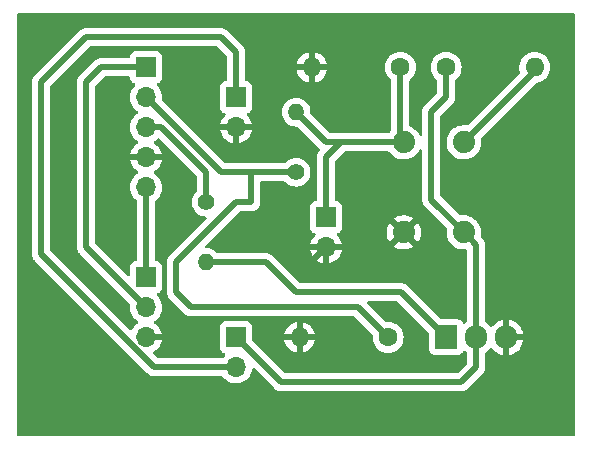
<source format=gbr>
%TF.GenerationSoftware,KiCad,Pcbnew,(6.0.4-0)*%
%TF.CreationDate,2022-05-15T14:18:18+03:00*%
%TF.ProjectId,Untitled,556e7469-746c-4656-942e-6b696361645f,rev?*%
%TF.SameCoordinates,Original*%
%TF.FileFunction,Copper,L2,Bot*%
%TF.FilePolarity,Positive*%
%FSLAX46Y46*%
G04 Gerber Fmt 4.6, Leading zero omitted, Abs format (unit mm)*
G04 Created by KiCad (PCBNEW (6.0.4-0)) date 2022-05-15 14:18:18*
%MOMM*%
%LPD*%
G01*
G04 APERTURE LIST*
%TA.AperFunction,ComponentPad*%
%ADD10C,1.600000*%
%TD*%
%TA.AperFunction,ComponentPad*%
%ADD11O,1.600000X1.600000*%
%TD*%
%TA.AperFunction,ComponentPad*%
%ADD12R,1.905000X2.000000*%
%TD*%
%TA.AperFunction,ComponentPad*%
%ADD13O,1.905000X2.000000*%
%TD*%
%TA.AperFunction,ComponentPad*%
%ADD14C,1.400000*%
%TD*%
%TA.AperFunction,ComponentPad*%
%ADD15O,1.400000X1.400000*%
%TD*%
%TA.AperFunction,ComponentPad*%
%ADD16R,1.700000X1.700000*%
%TD*%
%TA.AperFunction,ComponentPad*%
%ADD17O,1.700000X1.700000*%
%TD*%
%TA.AperFunction,ComponentPad*%
%ADD18C,1.879600*%
%TD*%
%TA.AperFunction,ViaPad*%
%ADD19C,1.016000*%
%TD*%
%TA.AperFunction,Conductor*%
%ADD20C,0.508000*%
%TD*%
%TA.AperFunction,Conductor*%
%ADD21C,0.250000*%
%TD*%
G04 APERTURE END LIST*
D10*
%TO.P,C1,1*%
%TO.N,Net-(C1-Pad1)*%
X111930000Y-76200000D03*
D11*
%TO.P,C1,2*%
%TO.N,GND*%
X104430000Y-76200000D03*
%TD*%
D12*
%TO.P,Q1,1,G*%
%TO.N,Net-(Q1-Pad1)*%
X116840000Y-76200000D03*
D13*
%TO.P,Q1,2,D*%
%TO.N,Net-(C3-Pad1)*%
X119380000Y-76200000D03*
%TO.P,Q1,3,S*%
%TO.N,GND*%
X121920000Y-76200000D03*
%TD*%
D14*
%TO.P,R2,1*%
%TO.N,Net-(C1-Pad1)*%
X104140000Y-62230000D03*
D15*
%TO.P,R2,2*%
%TO.N,Net-(C2-Pad1)*%
X104140000Y-57150000D03*
%TD*%
D14*
%TO.P,R1,1*%
%TO.N,Net-(J1-Pad3)*%
X96520000Y-64770000D03*
D15*
%TO.P,R1,2*%
%TO.N,Net-(Q1-Pad1)*%
X96520000Y-69850000D03*
%TD*%
D16*
%TO.P,J5,1,1*%
%TO.N,Net-(C3-Pad2)*%
X99060000Y-55880000D03*
D17*
%TO.P,J5,2,2*%
%TO.N,GND*%
X99060000Y-58420000D03*
%TD*%
%TO.P,J4,2,2*%
%TO.N,GND*%
X106680000Y-68580000D03*
D16*
%TO.P,J4,1,1*%
%TO.N,Net-(C2-Pad1)*%
X106680000Y-66040000D03*
%TD*%
%TO.P,J3,1,1*%
%TO.N,Net-(C3-Pad1)*%
X99060000Y-76200000D03*
D17*
%TO.P,J3,2,2*%
%TO.N,Net-(C3-Pad2)*%
X99060000Y-78740000D03*
%TD*%
D16*
%TO.P,J2,1,1*%
%TO.N,VCC*%
X91440000Y-71120000D03*
D17*
%TO.P,J2,2,2*%
%TO.N,Net-(J1-Pad1)*%
X91440000Y-73660000D03*
%TO.P,J2,3,3*%
%TO.N,GND*%
X91440000Y-76200000D03*
%TD*%
D16*
%TO.P,J1,1,1*%
%TO.N,Net-(J1-Pad1)*%
X91440000Y-53345000D03*
D17*
%TO.P,J1,2,2*%
%TO.N,Net-(C1-Pad1)*%
X91440000Y-55885000D03*
%TO.P,J1,3,3*%
%TO.N,Net-(J1-Pad3)*%
X91440000Y-58425000D03*
%TO.P,J1,4,4*%
%TO.N,GND*%
X91440000Y-60965000D03*
%TO.P,J1,5,5*%
%TO.N,VCC*%
X91440000Y-63505000D03*
%TD*%
D18*
%TO.P,D2,A,A*%
%TO.N,Net-(C3-Pad1)*%
X118340000Y-67310000D03*
%TO.P,D2,C,C*%
%TO.N,Net-(C3-Pad2)*%
X118340000Y-59690000D03*
%TD*%
%TO.P,D1,A,A*%
%TO.N,GND*%
X113260000Y-67310000D03*
%TO.P,D1,C,C*%
%TO.N,Net-(C2-Pad1)*%
X113260000Y-59690000D03*
%TD*%
D11*
%TO.P,C3,2*%
%TO.N,Net-(C3-Pad2)*%
X124340000Y-53340000D03*
D10*
%TO.P,C3,1*%
%TO.N,Net-(C3-Pad1)*%
X116840000Y-53340000D03*
%TD*%
D11*
%TO.P,C2,2*%
%TO.N,GND*%
X105470000Y-53340000D03*
D10*
%TO.P,C2,1*%
%TO.N,Net-(C2-Pad1)*%
X112970000Y-53340000D03*
%TD*%
D19*
%TO.N,GND*%
X105410000Y-71120000D03*
X104140000Y-78740000D03*
%TD*%
D20*
%TO.N,GND*%
X104140000Y-78740000D02*
X104430000Y-78450000D01*
X104430000Y-78450000D02*
X104430000Y-76200000D01*
X105410000Y-71120000D02*
X105410000Y-69850000D01*
X105410000Y-69850000D02*
X106680000Y-68580000D01*
X104430000Y-76200000D02*
X104140000Y-76200000D01*
%TO.N,Net-(C1-Pad1)*%
X97785000Y-62230000D02*
X100330000Y-62230000D01*
X100330000Y-62230000D02*
X104140000Y-62230000D01*
X109390000Y-73660000D02*
X95250000Y-73660000D01*
X95250000Y-73660000D02*
X93980000Y-72390000D01*
X93980000Y-69850000D02*
X99060000Y-64770000D01*
X93980000Y-72390000D02*
X93980000Y-69850000D01*
X99060000Y-64770000D02*
X100330000Y-64770000D01*
X100330000Y-64770000D02*
X100330000Y-62230000D01*
D21*
X109390000Y-73660000D02*
X109220000Y-73660000D01*
D20*
X91440000Y-55885000D02*
X97785000Y-62230000D01*
%TO.N,Net-(Q1-Pad1)*%
X96520000Y-69850000D02*
X101600000Y-69850000D01*
X101600000Y-69850000D02*
X104140000Y-72390000D01*
X104140000Y-72390000D02*
X113030000Y-72390000D01*
X113030000Y-72390000D02*
X116840000Y-76200000D01*
%TO.N,Net-(J1-Pad3)*%
X91440000Y-58425000D02*
X92715000Y-58425000D01*
X92715000Y-58425000D02*
X96520000Y-62230000D01*
X96520000Y-62230000D02*
X96520000Y-64770000D01*
D21*
X91440000Y-58425000D02*
X91440000Y-58420000D01*
D20*
%TO.N,Net-(C3-Pad1)*%
X102870000Y-80010000D02*
X118110000Y-80010000D01*
X118110000Y-80010000D02*
X119380000Y-78740000D01*
X119380000Y-78740000D02*
X119380000Y-76200000D01*
X99060000Y-76200000D02*
X102870000Y-80010000D01*
X119380000Y-76200000D02*
X119380000Y-68350000D01*
X119380000Y-68350000D02*
X118340000Y-67310000D01*
%TO.N,Net-(C2-Pad1)*%
X113260000Y-59690000D02*
X107950000Y-59690000D01*
X107950000Y-59690000D02*
X106680000Y-59690000D01*
X106680000Y-66040000D02*
X106680000Y-60960000D01*
X106680000Y-60960000D02*
X107950000Y-59690000D01*
X106680000Y-59690000D02*
X104140000Y-57150000D01*
%TO.N,Net-(C1-Pad1)*%
X111930000Y-76200000D02*
X109390000Y-73660000D01*
%TO.N,Net-(C3-Pad1)*%
X116840000Y-55880000D02*
X115570000Y-57150000D01*
X116840000Y-53340000D02*
X116840000Y-55880000D01*
X115570000Y-57150000D02*
X115570000Y-64540000D01*
X115570000Y-64540000D02*
X118340000Y-67310000D01*
%TO.N,Net-(C3-Pad2)*%
X118340000Y-59690000D02*
X124340000Y-53690000D01*
X124340000Y-53690000D02*
X124340000Y-53340000D01*
%TO.N,Net-(C2-Pad1)*%
X112970000Y-53340000D02*
X112970000Y-58360000D01*
X112970000Y-58360000D02*
X112970000Y-59400000D01*
X112910000Y-58420000D02*
X112970000Y-58360000D01*
X112970000Y-59400000D02*
X113260000Y-59690000D01*
%TO.N,Net-(C3-Pad2)*%
X99060000Y-78740000D02*
X92136556Y-78740000D01*
X99060000Y-52070000D02*
X99060000Y-55880000D01*
X92136556Y-78740000D02*
X82550000Y-69153444D01*
X82550000Y-69153444D02*
X82550000Y-54610000D01*
X82550000Y-54610000D02*
X86360000Y-50800000D01*
X86360000Y-50800000D02*
X97790000Y-50800000D01*
X97790000Y-50800000D02*
X99060000Y-52070000D01*
%TO.N,VCC*%
X91440000Y-63505000D02*
X91440000Y-71120000D01*
%TO.N,Net-(J1-Pad1)*%
X87630000Y-53340000D02*
X86360000Y-54610000D01*
X91440000Y-53340000D02*
X87630000Y-53340000D01*
X91440000Y-53345000D02*
X91440000Y-53340000D01*
X86360000Y-54610000D02*
X86360000Y-68580000D01*
X86360000Y-68580000D02*
X91440000Y-73660000D01*
%TD*%
%TA.AperFunction,Conductor*%
%TO.N,GND*%
G36*
X127703621Y-48788502D02*
G01*
X127750114Y-48842158D01*
X127761500Y-48894500D01*
X127761500Y-84455500D01*
X127741498Y-84523621D01*
X127687842Y-84570114D01*
X127635500Y-84581500D01*
X80644500Y-84581500D01*
X80576379Y-84561498D01*
X80529886Y-84507842D01*
X80518500Y-84455500D01*
X80518500Y-69126652D01*
X81782776Y-69126652D01*
X81783369Y-69133944D01*
X81783369Y-69133947D01*
X81787085Y-69179627D01*
X81787500Y-69189842D01*
X81787500Y-69197969D01*
X81790811Y-69226368D01*
X81791238Y-69230688D01*
X81797191Y-69303870D01*
X81799447Y-69310832D01*
X81800643Y-69316820D01*
X81802051Y-69322777D01*
X81802899Y-69330051D01*
X81805397Y-69336933D01*
X81805398Y-69336937D01*
X81827945Y-69399051D01*
X81829355Y-69403155D01*
X81851987Y-69473019D01*
X81855787Y-69479282D01*
X81858325Y-69484824D01*
X81861067Y-69490300D01*
X81863566Y-69497185D01*
X81867581Y-69503309D01*
X81903815Y-69558576D01*
X81906130Y-69562244D01*
X81944227Y-69625025D01*
X81947941Y-69629230D01*
X81947943Y-69629233D01*
X81951667Y-69633449D01*
X81951638Y-69633475D01*
X81954238Y-69636406D01*
X81957042Y-69639760D01*
X81961054Y-69645879D01*
X81966366Y-69650911D01*
X82017586Y-69699432D01*
X82020028Y-69701810D01*
X91549746Y-79231528D01*
X91562133Y-79245941D01*
X91575102Y-79263564D01*
X91580685Y-79268307D01*
X91615611Y-79297979D01*
X91623127Y-79304909D01*
X91628871Y-79310653D01*
X91631747Y-79312928D01*
X91631751Y-79312932D01*
X91651281Y-79328384D01*
X91654680Y-79331171D01*
X91679558Y-79352306D01*
X91710607Y-79378684D01*
X91717126Y-79382013D01*
X91722244Y-79385426D01*
X91727421Y-79388623D01*
X91733156Y-79393161D01*
X91739782Y-79396258D01*
X91739784Y-79396259D01*
X91799657Y-79424241D01*
X91803609Y-79426173D01*
X91862438Y-79456213D01*
X91862440Y-79456214D01*
X91868960Y-79459543D01*
X91876076Y-79461284D01*
X91881820Y-79463420D01*
X91887602Y-79465344D01*
X91894236Y-79468444D01*
X91966111Y-79483394D01*
X91970395Y-79484364D01*
X92041668Y-79501804D01*
X92047270Y-79502152D01*
X92047273Y-79502152D01*
X92052886Y-79502500D01*
X92052884Y-79502537D01*
X92056783Y-79502773D01*
X92061154Y-79503163D01*
X92068313Y-79504652D01*
X92146133Y-79502546D01*
X92149542Y-79502500D01*
X97865542Y-79502500D01*
X97933663Y-79522502D01*
X97960779Y-79546003D01*
X98027900Y-79623489D01*
X98106250Y-79713938D01*
X98278126Y-79856632D01*
X98471000Y-79969338D01*
X98679692Y-80049030D01*
X98684760Y-80050061D01*
X98684763Y-80050062D01*
X98792017Y-80071883D01*
X98898597Y-80093567D01*
X98903772Y-80093757D01*
X98903774Y-80093757D01*
X99116673Y-80101564D01*
X99116677Y-80101564D01*
X99121837Y-80101753D01*
X99126957Y-80101097D01*
X99126959Y-80101097D01*
X99338288Y-80074025D01*
X99338289Y-80074025D01*
X99343416Y-80073368D01*
X99348366Y-80071883D01*
X99552429Y-80010661D01*
X99552434Y-80010659D01*
X99557384Y-80009174D01*
X99757994Y-79910896D01*
X99939860Y-79781173D01*
X100098096Y-79623489D01*
X100209507Y-79468444D01*
X100225435Y-79446277D01*
X100228453Y-79442077D01*
X100256452Y-79385426D01*
X100325136Y-79246453D01*
X100325137Y-79246451D01*
X100327430Y-79241811D01*
X100359900Y-79134940D01*
X100390865Y-79033023D01*
X100390865Y-79033021D01*
X100392370Y-79028069D01*
X100407575Y-78912578D01*
X100436298Y-78847651D01*
X100495563Y-78808560D01*
X100566554Y-78807715D01*
X100621592Y-78839930D01*
X102283190Y-80501528D01*
X102295577Y-80515941D01*
X102308546Y-80533564D01*
X102314129Y-80538307D01*
X102349055Y-80567979D01*
X102356571Y-80574909D01*
X102362315Y-80580653D01*
X102365189Y-80582927D01*
X102365196Y-80582933D01*
X102384711Y-80598372D01*
X102388115Y-80601163D01*
X102438472Y-80643945D01*
X102438476Y-80643948D01*
X102444051Y-80648684D01*
X102450568Y-80652012D01*
X102455632Y-80655389D01*
X102460856Y-80658616D01*
X102466600Y-80663160D01*
X102533104Y-80694242D01*
X102537001Y-80696147D01*
X102602404Y-80729543D01*
X102609518Y-80731284D01*
X102615252Y-80733416D01*
X102621048Y-80735344D01*
X102627680Y-80738444D01*
X102699555Y-80753394D01*
X102703839Y-80754364D01*
X102775112Y-80771804D01*
X102780714Y-80772152D01*
X102780717Y-80772152D01*
X102786330Y-80772500D01*
X102786328Y-80772537D01*
X102790227Y-80772773D01*
X102794598Y-80773163D01*
X102801757Y-80774652D01*
X102879577Y-80772546D01*
X102882986Y-80772500D01*
X118042624Y-80772500D01*
X118061574Y-80773933D01*
X118075973Y-80776124D01*
X118075979Y-80776124D01*
X118083208Y-80777224D01*
X118090500Y-80776631D01*
X118090503Y-80776631D01*
X118136183Y-80772915D01*
X118146398Y-80772500D01*
X118154525Y-80772500D01*
X118158161Y-80772076D01*
X118158163Y-80772076D01*
X118161615Y-80771673D01*
X118182924Y-80769189D01*
X118187244Y-80768762D01*
X118260426Y-80762809D01*
X118267388Y-80760553D01*
X118273376Y-80759357D01*
X118279333Y-80757949D01*
X118286607Y-80757101D01*
X118293489Y-80754603D01*
X118293493Y-80754602D01*
X118355607Y-80732055D01*
X118359711Y-80730645D01*
X118429575Y-80708013D01*
X118435838Y-80704213D01*
X118441380Y-80701675D01*
X118446856Y-80698933D01*
X118453741Y-80696434D01*
X118515132Y-80656185D01*
X118518800Y-80653870D01*
X118581581Y-80615773D01*
X118585786Y-80612059D01*
X118585789Y-80612057D01*
X118590005Y-80608333D01*
X118590031Y-80608362D01*
X118592962Y-80605762D01*
X118596316Y-80602958D01*
X118602435Y-80598946D01*
X118655989Y-80542413D01*
X118658366Y-80539972D01*
X119871528Y-79326810D01*
X119885941Y-79314423D01*
X119897665Y-79305795D01*
X119903564Y-79301454D01*
X119937979Y-79260945D01*
X119944909Y-79253429D01*
X119950653Y-79247685D01*
X119952927Y-79244811D01*
X119952933Y-79244804D01*
X119968372Y-79225289D01*
X119971163Y-79221885D01*
X120013945Y-79171528D01*
X120013948Y-79171524D01*
X120018684Y-79165949D01*
X120022012Y-79159432D01*
X120025389Y-79154368D01*
X120028616Y-79149144D01*
X120033160Y-79143400D01*
X120064232Y-79076918D01*
X120066163Y-79072967D01*
X120096213Y-79014117D01*
X120099543Y-79007596D01*
X120101284Y-79000481D01*
X120103421Y-78994735D01*
X120105345Y-78988952D01*
X120108444Y-78982321D01*
X120123394Y-78910443D01*
X120124363Y-78906162D01*
X120140470Y-78840339D01*
X120141804Y-78834888D01*
X120142500Y-78823670D01*
X120142539Y-78823672D01*
X120142772Y-78819771D01*
X120143161Y-78815412D01*
X120144652Y-78808244D01*
X120142546Y-78730423D01*
X120142500Y-78727014D01*
X120142500Y-77565024D01*
X120162502Y-77496903D01*
X120192847Y-77464264D01*
X120349185Y-77346882D01*
X120349188Y-77346880D01*
X120353320Y-77343777D01*
X120482143Y-77208972D01*
X120515730Y-77173825D01*
X120515731Y-77173824D01*
X120519301Y-77170088D01*
X120544840Y-77132649D01*
X120599751Y-77087648D01*
X120670275Y-77079477D01*
X120734022Y-77110731D01*
X120754716Y-77135210D01*
X120756085Y-77137326D01*
X120762378Y-77145498D01*
X120917050Y-77315480D01*
X120924583Y-77322506D01*
X121104944Y-77464945D01*
X121113531Y-77470650D01*
X121314722Y-77581714D01*
X121324134Y-77585944D01*
X121540768Y-77662659D01*
X121550739Y-77665293D01*
X121648163Y-77682647D01*
X121661460Y-77681187D01*
X121665543Y-77668096D01*
X122174000Y-77668096D01*
X122177918Y-77681440D01*
X122192194Y-77683427D01*
X122254515Y-77673890D01*
X122264543Y-77671501D01*
X122482988Y-77600102D01*
X122492497Y-77596105D01*
X122696344Y-77489989D01*
X122705069Y-77484495D01*
X122888852Y-77346507D01*
X122896559Y-77339664D01*
X123055339Y-77173509D01*
X123061826Y-77165499D01*
X123191330Y-76975653D01*
X123196429Y-76966679D01*
X123293187Y-76758231D01*
X123296750Y-76748544D01*
X123358165Y-76527092D01*
X123360096Y-76516970D01*
X123364901Y-76472013D01*
X123362253Y-76457392D01*
X123349876Y-76454000D01*
X122192115Y-76454000D01*
X122176876Y-76458475D01*
X122175671Y-76459865D01*
X122174000Y-76467548D01*
X122174000Y-77668096D01*
X121665543Y-77668096D01*
X121666000Y-77666630D01*
X121666000Y-75927885D01*
X122174000Y-75927885D01*
X122178475Y-75943124D01*
X122179865Y-75944329D01*
X122187548Y-75946000D01*
X123350412Y-75946000D01*
X123365141Y-75941675D01*
X123367202Y-75929889D01*
X123366249Y-75918296D01*
X123364567Y-75908134D01*
X123308578Y-75685229D01*
X123305259Y-75675481D01*
X123213615Y-75464711D01*
X123208749Y-75455636D01*
X123083915Y-75262673D01*
X123077622Y-75254502D01*
X122922950Y-75084520D01*
X122915417Y-75077494D01*
X122735056Y-74935055D01*
X122726469Y-74929350D01*
X122525278Y-74818286D01*
X122515866Y-74814056D01*
X122299232Y-74737341D01*
X122289261Y-74734707D01*
X122191837Y-74717353D01*
X122178540Y-74718813D01*
X122174000Y-74733370D01*
X122174000Y-75927885D01*
X121666000Y-75927885D01*
X121666000Y-74731904D01*
X121662082Y-74718560D01*
X121647806Y-74716573D01*
X121585485Y-74726110D01*
X121575457Y-74728499D01*
X121357012Y-74799898D01*
X121347503Y-74803895D01*
X121143656Y-74910011D01*
X121134931Y-74915505D01*
X120951148Y-75053493D01*
X120943441Y-75060336D01*
X120784661Y-75226491D01*
X120778177Y-75234498D01*
X120755763Y-75267356D01*
X120700852Y-75312359D01*
X120630328Y-75320532D01*
X120566580Y-75289278D01*
X120545884Y-75264796D01*
X120544311Y-75262365D01*
X120541502Y-75258023D01*
X120379814Y-75080330D01*
X120191276Y-74931432D01*
X120192670Y-74929667D01*
X120153090Y-74882536D01*
X120142500Y-74831973D01*
X120142500Y-68417376D01*
X120143933Y-68398426D01*
X120146124Y-68384027D01*
X120146124Y-68384021D01*
X120147224Y-68376792D01*
X120145177Y-68351619D01*
X120142915Y-68323817D01*
X120142500Y-68313602D01*
X120142500Y-68305475D01*
X120139189Y-68277076D01*
X120138760Y-68272736D01*
X120133818Y-68211972D01*
X120132809Y-68199574D01*
X120130553Y-68192612D01*
X120129357Y-68186624D01*
X120127949Y-68180667D01*
X120127101Y-68173393D01*
X120124603Y-68166511D01*
X120124602Y-68166507D01*
X120102055Y-68104393D01*
X120100645Y-68100289D01*
X120078013Y-68030425D01*
X120074213Y-68024162D01*
X120071675Y-68018620D01*
X120068933Y-68013144D01*
X120066434Y-68006259D01*
X120026185Y-67944868D01*
X120023870Y-67941200D01*
X119985773Y-67878419D01*
X119982057Y-67874212D01*
X119982054Y-67874208D01*
X119978332Y-67869995D01*
X119978362Y-67869969D01*
X119975764Y-67867041D01*
X119972960Y-67863687D01*
X119968946Y-67857565D01*
X119912395Y-67803994D01*
X119909954Y-67801617D01*
X119800309Y-67691972D01*
X119766283Y-67629660D01*
X119764482Y-67586430D01*
X119773583Y-67517307D01*
X119791529Y-67380992D01*
X119792516Y-67340615D01*
X119793182Y-67313365D01*
X119793182Y-67313361D01*
X119793264Y-67310000D01*
X119773750Y-67072644D01*
X119715731Y-66841663D01*
X119620767Y-66623259D01*
X119603851Y-66597110D01*
X119537424Y-66494431D01*
X119491406Y-66423298D01*
X119331124Y-66247150D01*
X119327073Y-66243951D01*
X119327069Y-66243947D01*
X119148278Y-66102747D01*
X119148273Y-66102744D01*
X119144224Y-66099546D01*
X119139708Y-66097053D01*
X119139705Y-66097051D01*
X118940250Y-65986946D01*
X118940246Y-65986944D01*
X118935726Y-65984449D01*
X118930857Y-65982725D01*
X118930853Y-65982723D01*
X118716105Y-65906676D01*
X118716101Y-65906675D01*
X118711230Y-65904950D01*
X118706140Y-65904043D01*
X118706135Y-65904042D01*
X118554283Y-65876994D01*
X118476764Y-65863186D01*
X118387637Y-65862097D01*
X118243795Y-65860339D01*
X118243793Y-65860339D01*
X118238625Y-65860276D01*
X118067499Y-65886462D01*
X117997136Y-65876994D01*
X117959345Y-65851007D01*
X116369405Y-64261067D01*
X116335379Y-64198755D01*
X116332500Y-64171972D01*
X116332500Y-59654494D01*
X116887170Y-59654494D01*
X116887467Y-59659646D01*
X116887467Y-59659650D01*
X116893502Y-59764313D01*
X116900879Y-59892255D01*
X116902016Y-59897301D01*
X116902017Y-59897307D01*
X116935111Y-60044156D01*
X116953237Y-60124585D01*
X116955179Y-60129367D01*
X116955180Y-60129371D01*
X117032182Y-60319005D01*
X117042837Y-60345244D01*
X117108564Y-60452500D01*
X117164572Y-60543896D01*
X117167274Y-60548306D01*
X117323204Y-60728317D01*
X117476022Y-60855189D01*
X117487975Y-60865112D01*
X117506442Y-60880444D01*
X117510894Y-60883046D01*
X117510899Y-60883049D01*
X117609333Y-60940569D01*
X117712065Y-61000601D01*
X117934552Y-61085560D01*
X117939618Y-61086591D01*
X117939619Y-61086591D01*
X117968009Y-61092367D01*
X118167928Y-61133041D01*
X118302121Y-61137962D01*
X118400760Y-61141579D01*
X118400764Y-61141579D01*
X118405924Y-61141768D01*
X118411044Y-61141112D01*
X118411046Y-61141112D01*
X118637023Y-61112164D01*
X118637024Y-61112164D01*
X118642151Y-61111507D01*
X118705948Y-61092367D01*
X118865316Y-61044554D01*
X118865317Y-61044553D01*
X118870262Y-61043070D01*
X119084133Y-60938295D01*
X119088336Y-60935297D01*
X119088341Y-60935294D01*
X119273816Y-60802996D01*
X119273818Y-60802994D01*
X119278020Y-60799997D01*
X119446716Y-60631889D01*
X119450206Y-60627033D01*
X119496052Y-60563231D01*
X119585690Y-60438486D01*
X119631774Y-60345244D01*
X119688917Y-60229624D01*
X119688918Y-60229622D01*
X119691211Y-60224982D01*
X119760443Y-59997111D01*
X119761118Y-59991985D01*
X119791092Y-59764313D01*
X119791092Y-59764309D01*
X119791529Y-59760992D01*
X119793264Y-59690000D01*
X119773750Y-59452644D01*
X119772490Y-59447629D01*
X119772489Y-59447621D01*
X119767452Y-59427571D01*
X119770254Y-59356630D01*
X119800560Y-59307778D01*
X124433422Y-54674916D01*
X124495734Y-54640890D01*
X124511535Y-54638491D01*
X124532075Y-54636694D01*
X124568087Y-54633543D01*
X124705748Y-54596657D01*
X124783933Y-54575707D01*
X124783935Y-54575706D01*
X124789243Y-54574284D01*
X124823605Y-54558261D01*
X124991762Y-54479849D01*
X124991767Y-54479846D01*
X124996749Y-54477523D01*
X125179786Y-54349359D01*
X125179792Y-54349355D01*
X125184300Y-54346198D01*
X125346198Y-54184300D01*
X125477523Y-53996749D01*
X125479846Y-53991767D01*
X125479849Y-53991762D01*
X125571961Y-53794225D01*
X125571961Y-53794224D01*
X125574284Y-53789243D01*
X125622970Y-53607548D01*
X125632119Y-53573402D01*
X125632119Y-53573400D01*
X125633543Y-53568087D01*
X125653498Y-53340000D01*
X125633543Y-53111913D01*
X125623244Y-53073478D01*
X125575707Y-52896067D01*
X125575706Y-52896065D01*
X125574284Y-52890757D01*
X125536076Y-52808819D01*
X125479849Y-52688238D01*
X125479846Y-52688233D01*
X125477523Y-52683251D01*
X125346198Y-52495700D01*
X125184300Y-52333802D01*
X125179792Y-52330645D01*
X125179789Y-52330643D01*
X125101611Y-52275902D01*
X124996749Y-52202477D01*
X124991767Y-52200154D01*
X124991762Y-52200151D01*
X124794225Y-52108039D01*
X124794224Y-52108039D01*
X124789243Y-52105716D01*
X124783935Y-52104294D01*
X124783933Y-52104293D01*
X124573402Y-52047881D01*
X124573400Y-52047881D01*
X124568087Y-52046457D01*
X124340000Y-52026502D01*
X124111913Y-52046457D01*
X124106600Y-52047881D01*
X124106598Y-52047881D01*
X123896067Y-52104293D01*
X123896065Y-52104294D01*
X123890757Y-52105716D01*
X123885776Y-52108039D01*
X123885775Y-52108039D01*
X123688238Y-52200151D01*
X123688233Y-52200154D01*
X123683251Y-52202477D01*
X123578389Y-52275902D01*
X123500211Y-52330643D01*
X123500208Y-52330645D01*
X123495700Y-52333802D01*
X123333802Y-52495700D01*
X123202477Y-52683251D01*
X123200154Y-52688233D01*
X123200151Y-52688238D01*
X123143924Y-52808819D01*
X123105716Y-52890757D01*
X123104294Y-52896065D01*
X123104293Y-52896067D01*
X123056756Y-53073478D01*
X123046457Y-53111913D01*
X123026502Y-53340000D01*
X123046457Y-53568087D01*
X123047881Y-53573400D01*
X123047881Y-53573402D01*
X123098871Y-53763697D01*
X123097181Y-53834673D01*
X123066259Y-53885403D01*
X118719922Y-58231740D01*
X118657610Y-58265766D01*
X118608735Y-58266693D01*
X118476764Y-58243186D01*
X118387637Y-58242097D01*
X118243795Y-58240339D01*
X118243793Y-58240339D01*
X118238625Y-58240276D01*
X118003209Y-58276300D01*
X117776838Y-58350289D01*
X117565590Y-58460258D01*
X117561457Y-58463361D01*
X117561454Y-58463363D01*
X117535637Y-58482747D01*
X117375140Y-58603252D01*
X117210602Y-58775431D01*
X117207688Y-58779703D01*
X117207687Y-58779704D01*
X117171577Y-58832639D01*
X117076394Y-58972172D01*
X117035080Y-59061176D01*
X117000510Y-59135652D01*
X116976122Y-59188191D01*
X116912477Y-59417685D01*
X116911928Y-59422819D01*
X116911928Y-59422821D01*
X116907685Y-59462529D01*
X116887170Y-59654494D01*
X116332500Y-59654494D01*
X116332500Y-57518028D01*
X116352502Y-57449907D01*
X116369405Y-57428933D01*
X117331528Y-56466810D01*
X117345941Y-56454423D01*
X117357665Y-56445795D01*
X117363564Y-56441454D01*
X117397979Y-56400945D01*
X117404909Y-56393429D01*
X117410653Y-56387685D01*
X117412927Y-56384811D01*
X117412933Y-56384804D01*
X117428372Y-56365289D01*
X117431163Y-56361885D01*
X117473945Y-56311528D01*
X117473948Y-56311524D01*
X117478684Y-56305949D01*
X117482012Y-56299432D01*
X117485389Y-56294368D01*
X117488616Y-56289144D01*
X117493160Y-56283400D01*
X117524232Y-56216918D01*
X117526163Y-56212967D01*
X117556213Y-56154117D01*
X117559543Y-56147596D01*
X117561284Y-56140481D01*
X117563421Y-56134735D01*
X117565345Y-56128952D01*
X117568444Y-56122321D01*
X117583394Y-56050443D01*
X117584363Y-56046162D01*
X117600470Y-55980339D01*
X117601804Y-55974888D01*
X117602500Y-55963670D01*
X117602539Y-55963672D01*
X117602772Y-55959771D01*
X117603161Y-55955412D01*
X117604652Y-55948244D01*
X117602546Y-55870423D01*
X117602500Y-55867014D01*
X117602500Y-54469067D01*
X117622502Y-54400946D01*
X117656228Y-54365855D01*
X117679786Y-54349359D01*
X117679788Y-54349357D01*
X117684300Y-54346198D01*
X117846198Y-54184300D01*
X117977523Y-53996749D01*
X117979846Y-53991767D01*
X117979849Y-53991762D01*
X118071961Y-53794225D01*
X118071961Y-53794224D01*
X118074284Y-53789243D01*
X118122970Y-53607548D01*
X118132119Y-53573402D01*
X118132119Y-53573400D01*
X118133543Y-53568087D01*
X118153498Y-53340000D01*
X118133543Y-53111913D01*
X118123244Y-53073478D01*
X118075707Y-52896067D01*
X118075706Y-52896065D01*
X118074284Y-52890757D01*
X118036076Y-52808819D01*
X117979849Y-52688238D01*
X117979846Y-52688233D01*
X117977523Y-52683251D01*
X117846198Y-52495700D01*
X117684300Y-52333802D01*
X117679792Y-52330645D01*
X117679789Y-52330643D01*
X117601611Y-52275902D01*
X117496749Y-52202477D01*
X117491767Y-52200154D01*
X117491762Y-52200151D01*
X117294225Y-52108039D01*
X117294224Y-52108039D01*
X117289243Y-52105716D01*
X117283935Y-52104294D01*
X117283933Y-52104293D01*
X117073402Y-52047881D01*
X117073400Y-52047881D01*
X117068087Y-52046457D01*
X116840000Y-52026502D01*
X116611913Y-52046457D01*
X116606600Y-52047881D01*
X116606598Y-52047881D01*
X116396067Y-52104293D01*
X116396065Y-52104294D01*
X116390757Y-52105716D01*
X116385776Y-52108039D01*
X116385775Y-52108039D01*
X116188238Y-52200151D01*
X116188233Y-52200154D01*
X116183251Y-52202477D01*
X116078389Y-52275902D01*
X116000211Y-52330643D01*
X116000208Y-52330645D01*
X115995700Y-52333802D01*
X115833802Y-52495700D01*
X115702477Y-52683251D01*
X115700154Y-52688233D01*
X115700151Y-52688238D01*
X115643924Y-52808819D01*
X115605716Y-52890757D01*
X115604294Y-52896065D01*
X115604293Y-52896067D01*
X115556756Y-53073478D01*
X115546457Y-53111913D01*
X115526502Y-53340000D01*
X115546457Y-53568087D01*
X115547881Y-53573400D01*
X115547881Y-53573402D01*
X115557031Y-53607548D01*
X115605716Y-53789243D01*
X115608039Y-53794224D01*
X115608039Y-53794225D01*
X115700151Y-53991762D01*
X115700154Y-53991767D01*
X115702477Y-53996749D01*
X115833802Y-54184300D01*
X115995700Y-54346198D01*
X116000212Y-54349357D01*
X116000214Y-54349359D01*
X116023772Y-54365855D01*
X116068100Y-54421312D01*
X116077500Y-54469067D01*
X116077500Y-55511973D01*
X116057498Y-55580094D01*
X116040599Y-55601064D01*
X115078465Y-56563197D01*
X115064059Y-56575577D01*
X115046436Y-56588546D01*
X115041692Y-56594129D01*
X115041693Y-56594129D01*
X115012021Y-56629055D01*
X115005091Y-56636571D01*
X114999347Y-56642315D01*
X114997073Y-56645189D01*
X114997067Y-56645196D01*
X114981628Y-56664711D01*
X114978837Y-56668115D01*
X114936055Y-56718472D01*
X114936052Y-56718476D01*
X114931316Y-56724051D01*
X114927988Y-56730568D01*
X114924611Y-56735632D01*
X114921384Y-56740856D01*
X114916840Y-56746600D01*
X114913741Y-56753231D01*
X114885768Y-56813082D01*
X114883837Y-56817033D01*
X114850457Y-56882404D01*
X114848716Y-56889519D01*
X114846579Y-56895265D01*
X114844655Y-56901048D01*
X114841556Y-56907679D01*
X114840066Y-56914843D01*
X114826608Y-56979547D01*
X114825639Y-56983829D01*
X114808196Y-57055112D01*
X114807500Y-57066330D01*
X114807461Y-57066328D01*
X114807228Y-57070229D01*
X114806839Y-57074588D01*
X114805348Y-57081756D01*
X114805546Y-57089073D01*
X114807454Y-57159577D01*
X114807500Y-57162986D01*
X114807500Y-59010934D01*
X114787498Y-59079055D01*
X114733842Y-59125548D01*
X114663568Y-59135652D01*
X114598988Y-59106158D01*
X114565950Y-59061176D01*
X114542827Y-59007996D01*
X114542825Y-59007993D01*
X114540767Y-59003259D01*
X114523694Y-58976867D01*
X114433484Y-58837425D01*
X114411406Y-58803298D01*
X114251124Y-58627150D01*
X114247073Y-58623951D01*
X114247069Y-58623947D01*
X114068278Y-58482747D01*
X114068273Y-58482744D01*
X114064224Y-58479546D01*
X114059708Y-58477053D01*
X114059705Y-58477051D01*
X113860250Y-58366946D01*
X113860246Y-58366944D01*
X113855726Y-58364449D01*
X113850857Y-58362725D01*
X113850853Y-58362723D01*
X113816440Y-58350537D01*
X113758904Y-58308943D01*
X113732988Y-58242845D01*
X113732500Y-58231764D01*
X113732500Y-54469067D01*
X113752502Y-54400946D01*
X113786228Y-54365855D01*
X113809786Y-54349359D01*
X113809788Y-54349357D01*
X113814300Y-54346198D01*
X113976198Y-54184300D01*
X114107523Y-53996749D01*
X114109846Y-53991767D01*
X114109849Y-53991762D01*
X114201961Y-53794225D01*
X114201961Y-53794224D01*
X114204284Y-53789243D01*
X114252970Y-53607548D01*
X114262119Y-53573402D01*
X114262119Y-53573400D01*
X114263543Y-53568087D01*
X114283498Y-53340000D01*
X114263543Y-53111913D01*
X114253244Y-53073478D01*
X114205707Y-52896067D01*
X114205706Y-52896065D01*
X114204284Y-52890757D01*
X114166076Y-52808819D01*
X114109849Y-52688238D01*
X114109846Y-52688233D01*
X114107523Y-52683251D01*
X113976198Y-52495700D01*
X113814300Y-52333802D01*
X113809792Y-52330645D01*
X113809789Y-52330643D01*
X113731611Y-52275902D01*
X113626749Y-52202477D01*
X113621767Y-52200154D01*
X113621762Y-52200151D01*
X113424225Y-52108039D01*
X113424224Y-52108039D01*
X113419243Y-52105716D01*
X113413935Y-52104294D01*
X113413933Y-52104293D01*
X113203402Y-52047881D01*
X113203400Y-52047881D01*
X113198087Y-52046457D01*
X112970000Y-52026502D01*
X112741913Y-52046457D01*
X112736600Y-52047881D01*
X112736598Y-52047881D01*
X112526067Y-52104293D01*
X112526065Y-52104294D01*
X112520757Y-52105716D01*
X112515776Y-52108039D01*
X112515775Y-52108039D01*
X112318238Y-52200151D01*
X112318233Y-52200154D01*
X112313251Y-52202477D01*
X112208389Y-52275902D01*
X112130211Y-52330643D01*
X112130208Y-52330645D01*
X112125700Y-52333802D01*
X111963802Y-52495700D01*
X111832477Y-52683251D01*
X111830154Y-52688233D01*
X111830151Y-52688238D01*
X111773924Y-52808819D01*
X111735716Y-52890757D01*
X111734294Y-52896065D01*
X111734293Y-52896067D01*
X111686756Y-53073478D01*
X111676457Y-53111913D01*
X111656502Y-53340000D01*
X111676457Y-53568087D01*
X111677881Y-53573400D01*
X111677881Y-53573402D01*
X111687031Y-53607548D01*
X111735716Y-53789243D01*
X111738039Y-53794224D01*
X111738039Y-53794225D01*
X111830151Y-53991762D01*
X111830154Y-53991767D01*
X111832477Y-53996749D01*
X111963802Y-54184300D01*
X112125700Y-54346198D01*
X112130212Y-54349357D01*
X112130214Y-54349359D01*
X112153772Y-54365855D01*
X112198100Y-54421312D01*
X112207500Y-54469067D01*
X112207500Y-58094178D01*
X112195649Y-58147526D01*
X112181556Y-58177679D01*
X112145348Y-58351756D01*
X112150158Y-58529495D01*
X112152034Y-58536570D01*
X112178853Y-58637720D01*
X112176977Y-58708692D01*
X112148154Y-58757064D01*
X112130602Y-58775431D01*
X112127688Y-58779703D01*
X112064382Y-58872505D01*
X112009470Y-58917507D01*
X111960294Y-58927500D01*
X108017368Y-58927500D01*
X107998420Y-58926067D01*
X107991033Y-58924943D01*
X107984024Y-58923877D01*
X107984022Y-58923877D01*
X107976792Y-58922777D01*
X107969500Y-58923370D01*
X107969497Y-58923370D01*
X107923825Y-58927085D01*
X107913611Y-58927500D01*
X107048028Y-58927500D01*
X106979907Y-58907498D01*
X106958933Y-58890595D01*
X105383820Y-57315482D01*
X105349794Y-57253170D01*
X105347394Y-57215406D01*
X105352637Y-57155476D01*
X105352637Y-57155475D01*
X105353116Y-57150000D01*
X105334686Y-56939345D01*
X105319429Y-56882404D01*
X105281379Y-56740400D01*
X105281378Y-56740398D01*
X105279956Y-56735090D01*
X105277633Y-56730108D01*
X105192912Y-56548423D01*
X105192910Y-56548420D01*
X105190589Y-56543442D01*
X105069301Y-56370224D01*
X104919776Y-56220699D01*
X104746558Y-56099411D01*
X104741580Y-56097090D01*
X104741577Y-56097088D01*
X104559892Y-56012367D01*
X104559891Y-56012366D01*
X104554910Y-56010044D01*
X104549602Y-56008622D01*
X104549600Y-56008621D01*
X104355970Y-55956738D01*
X104355968Y-55956738D01*
X104350655Y-55955314D01*
X104140000Y-55936884D01*
X103929345Y-55955314D01*
X103924032Y-55956738D01*
X103924030Y-55956738D01*
X103730400Y-56008621D01*
X103730398Y-56008622D01*
X103725090Y-56010044D01*
X103720109Y-56012366D01*
X103720108Y-56012367D01*
X103538423Y-56097088D01*
X103538420Y-56097090D01*
X103533442Y-56099411D01*
X103360224Y-56220699D01*
X103210699Y-56370224D01*
X103089411Y-56543442D01*
X103087090Y-56548420D01*
X103087088Y-56548423D01*
X103002367Y-56730108D01*
X103000044Y-56735090D01*
X102998622Y-56740398D01*
X102998621Y-56740400D01*
X102960571Y-56882404D01*
X102945314Y-56939345D01*
X102926884Y-57150000D01*
X102945314Y-57360655D01*
X102946738Y-57365968D01*
X102946738Y-57365970D01*
X102998385Y-57558717D01*
X103000044Y-57564910D01*
X103089411Y-57756558D01*
X103210699Y-57929776D01*
X103360224Y-58079301D01*
X103533442Y-58200589D01*
X103538420Y-58202910D01*
X103538423Y-58202912D01*
X103699920Y-58278219D01*
X103725090Y-58289956D01*
X103730398Y-58291378D01*
X103730400Y-58291379D01*
X103924030Y-58343262D01*
X103924032Y-58343262D01*
X103929345Y-58344686D01*
X104140000Y-58363116D01*
X104145475Y-58362637D01*
X104145476Y-58362637D01*
X104205406Y-58357394D01*
X104275011Y-58371383D01*
X104305482Y-58393820D01*
X106093190Y-60181528D01*
X106105577Y-60195941D01*
X106118546Y-60213564D01*
X106135805Y-60228227D01*
X106174768Y-60287574D01*
X106175461Y-60358567D01*
X106150248Y-60405830D01*
X106122020Y-60439056D01*
X106115091Y-60446571D01*
X106109347Y-60452315D01*
X106107073Y-60455189D01*
X106107067Y-60455196D01*
X106091628Y-60474711D01*
X106088837Y-60478115D01*
X106046055Y-60528472D01*
X106046052Y-60528476D01*
X106041316Y-60534051D01*
X106037988Y-60540568D01*
X106034611Y-60545632D01*
X106031384Y-60550856D01*
X106026840Y-60556600D01*
X106023741Y-60563231D01*
X105995768Y-60623082D01*
X105993837Y-60627033D01*
X105989495Y-60635537D01*
X105960457Y-60692404D01*
X105958716Y-60699519D01*
X105956579Y-60705265D01*
X105954655Y-60711048D01*
X105951556Y-60717679D01*
X105950066Y-60724843D01*
X105936608Y-60789547D01*
X105935639Y-60793829D01*
X105918196Y-60865112D01*
X105917500Y-60876330D01*
X105917461Y-60876328D01*
X105917228Y-60880229D01*
X105916839Y-60884588D01*
X105915348Y-60891756D01*
X105915546Y-60899073D01*
X105917454Y-60969577D01*
X105917500Y-60972986D01*
X105917500Y-64555500D01*
X105897498Y-64623621D01*
X105843842Y-64670114D01*
X105791500Y-64681500D01*
X105781866Y-64681500D01*
X105719684Y-64688255D01*
X105583295Y-64739385D01*
X105466739Y-64826739D01*
X105379385Y-64943295D01*
X105328255Y-65079684D01*
X105321500Y-65141866D01*
X105321500Y-66938134D01*
X105328255Y-67000316D01*
X105379385Y-67136705D01*
X105466739Y-67253261D01*
X105583295Y-67340615D01*
X105591704Y-67343767D01*
X105591705Y-67343768D01*
X105700960Y-67384726D01*
X105757725Y-67427367D01*
X105782425Y-67493929D01*
X105767218Y-67563278D01*
X105747825Y-67589759D01*
X105624590Y-67718717D01*
X105618104Y-67726727D01*
X105498098Y-67902649D01*
X105493000Y-67911623D01*
X105403338Y-68104783D01*
X105399775Y-68114470D01*
X105344389Y-68314183D01*
X105345912Y-68322607D01*
X105358292Y-68326000D01*
X107998344Y-68326000D01*
X108011875Y-68322027D01*
X108013180Y-68312947D01*
X107971214Y-68145875D01*
X107967894Y-68136124D01*
X107882972Y-67940814D01*
X107878105Y-67931739D01*
X107762426Y-67752926D01*
X107756136Y-67744757D01*
X107612293Y-67586677D01*
X107581241Y-67522831D01*
X107589635Y-67452333D01*
X107634812Y-67397564D01*
X107661256Y-67383895D01*
X107768297Y-67343767D01*
X107776705Y-67340615D01*
X107858034Y-67279662D01*
X111807969Y-67279662D01*
X111821078Y-67507017D01*
X111822514Y-67517237D01*
X111872580Y-67739393D01*
X111875659Y-67749221D01*
X111961338Y-67960223D01*
X111965991Y-67969434D01*
X112061153Y-68124723D01*
X112071611Y-68134185D01*
X112080387Y-68130402D01*
X112887979Y-67322811D01*
X112894356Y-67311132D01*
X113624408Y-67311132D01*
X113624539Y-67312966D01*
X113628790Y-67319580D01*
X114434826Y-68125615D01*
X114446832Y-68132171D01*
X114458571Y-68123202D01*
X114502241Y-68062429D01*
X114507551Y-68053592D01*
X114608450Y-67849438D01*
X114612249Y-67839843D01*
X114678449Y-67621957D01*
X114680628Y-67611876D01*
X114710591Y-67384288D01*
X114711110Y-67377615D01*
X114712680Y-67313365D01*
X114712486Y-67306646D01*
X114693679Y-67077887D01*
X114691994Y-67067707D01*
X114636515Y-66846837D01*
X114633195Y-66837086D01*
X114542384Y-66628233D01*
X114537518Y-66619158D01*
X114458008Y-66496256D01*
X114447322Y-66487052D01*
X114437755Y-66491456D01*
X113632021Y-67297189D01*
X113624408Y-67311132D01*
X112894356Y-67311132D01*
X112895592Y-67308868D01*
X112895461Y-67307034D01*
X112891210Y-67300420D01*
X112085220Y-66494431D01*
X112073688Y-66488134D01*
X112061406Y-66497757D01*
X111999747Y-66588146D01*
X111994654Y-66597110D01*
X111898768Y-66803679D01*
X111895211Y-66813347D01*
X111834352Y-67032797D01*
X111832421Y-67042916D01*
X111808221Y-67269373D01*
X111807969Y-67279662D01*
X107858034Y-67279662D01*
X107893261Y-67253261D01*
X107980615Y-67136705D01*
X108031745Y-67000316D01*
X108038500Y-66938134D01*
X108038500Y-66122285D01*
X112437081Y-66122285D01*
X112443825Y-66134614D01*
X113247189Y-66937979D01*
X113261132Y-66945592D01*
X113262966Y-66945461D01*
X113269580Y-66941210D01*
X114077331Y-66133458D01*
X114084348Y-66120607D01*
X114076574Y-66109937D01*
X114068004Y-66103169D01*
X114059417Y-66097464D01*
X113860055Y-65987410D01*
X113850643Y-65983180D01*
X113635971Y-65907160D01*
X113626014Y-65904530D01*
X113401805Y-65864591D01*
X113391554Y-65863622D01*
X113163830Y-65860840D01*
X113153546Y-65861560D01*
X112928437Y-65896006D01*
X112918410Y-65898395D01*
X112701951Y-65969144D01*
X112692442Y-65973141D01*
X112490451Y-66078292D01*
X112481716Y-66083793D01*
X112445535Y-66110958D01*
X112437081Y-66122285D01*
X108038500Y-66122285D01*
X108038500Y-65141866D01*
X108031745Y-65079684D01*
X107980615Y-64943295D01*
X107893261Y-64826739D01*
X107776705Y-64739385D01*
X107640316Y-64688255D01*
X107578134Y-64681500D01*
X107568500Y-64681500D01*
X107500379Y-64661498D01*
X107453886Y-64607842D01*
X107442500Y-64555500D01*
X107442500Y-61328028D01*
X107462502Y-61259907D01*
X107479405Y-61238933D01*
X108228933Y-60489405D01*
X108291245Y-60455379D01*
X108318028Y-60452500D01*
X111958000Y-60452500D01*
X112026121Y-60472502D01*
X112065432Y-60512665D01*
X112084571Y-60543896D01*
X112084574Y-60543901D01*
X112087274Y-60548306D01*
X112243204Y-60728317D01*
X112396022Y-60855189D01*
X112407975Y-60865112D01*
X112426442Y-60880444D01*
X112430894Y-60883046D01*
X112430899Y-60883049D01*
X112529333Y-60940569D01*
X112632065Y-61000601D01*
X112854552Y-61085560D01*
X112859618Y-61086591D01*
X112859619Y-61086591D01*
X112888009Y-61092367D01*
X113087928Y-61133041D01*
X113222121Y-61137962D01*
X113320760Y-61141579D01*
X113320764Y-61141579D01*
X113325924Y-61141768D01*
X113331044Y-61141112D01*
X113331046Y-61141112D01*
X113557023Y-61112164D01*
X113557024Y-61112164D01*
X113562151Y-61111507D01*
X113625948Y-61092367D01*
X113785316Y-61044554D01*
X113785317Y-61044553D01*
X113790262Y-61043070D01*
X114004133Y-60938295D01*
X114008336Y-60935297D01*
X114008341Y-60935294D01*
X114193816Y-60802996D01*
X114193818Y-60802994D01*
X114198020Y-60799997D01*
X114366716Y-60631889D01*
X114370206Y-60627033D01*
X114416052Y-60563231D01*
X114505690Y-60438486D01*
X114551774Y-60345244D01*
X114568543Y-60311314D01*
X114616657Y-60259107D01*
X114685358Y-60241200D01*
X114752835Y-60263279D01*
X114797663Y-60318333D01*
X114807500Y-60367141D01*
X114807500Y-64472624D01*
X114806067Y-64491574D01*
X114803876Y-64505973D01*
X114803876Y-64505979D01*
X114802776Y-64513208D01*
X114803369Y-64520500D01*
X114803369Y-64520503D01*
X114807085Y-64566183D01*
X114807500Y-64576398D01*
X114807500Y-64584525D01*
X114810811Y-64612924D01*
X114811238Y-64617244D01*
X114817191Y-64690426D01*
X114819447Y-64697388D01*
X114820643Y-64703376D01*
X114822051Y-64709333D01*
X114822899Y-64716607D01*
X114825397Y-64723489D01*
X114825398Y-64723493D01*
X114847945Y-64785607D01*
X114849355Y-64789711D01*
X114871987Y-64859575D01*
X114875787Y-64865838D01*
X114878325Y-64871380D01*
X114881067Y-64876856D01*
X114883566Y-64883741D01*
X114887581Y-64889865D01*
X114923815Y-64945132D01*
X114926130Y-64948800D01*
X114964227Y-65011581D01*
X114967941Y-65015786D01*
X114967943Y-65015789D01*
X114971667Y-65020005D01*
X114971638Y-65020031D01*
X114974238Y-65022962D01*
X114977042Y-65026316D01*
X114981054Y-65032435D01*
X114986366Y-65037467D01*
X115037586Y-65085988D01*
X115040028Y-65088366D01*
X116877980Y-66926318D01*
X116912006Y-66988630D01*
X116912628Y-67037141D01*
X116912477Y-67037685D01*
X116887170Y-67274494D01*
X116887467Y-67279646D01*
X116887467Y-67279650D01*
X116894266Y-67397564D01*
X116900879Y-67512255D01*
X116902016Y-67517301D01*
X116902017Y-67517307D01*
X116924509Y-67617111D01*
X116953237Y-67744585D01*
X116955179Y-67749367D01*
X116955180Y-67749371D01*
X117005871Y-67874208D01*
X117042837Y-67965244D01*
X117167274Y-68168306D01*
X117323204Y-68348317D01*
X117506442Y-68500444D01*
X117510894Y-68503046D01*
X117510899Y-68503049D01*
X117704872Y-68616398D01*
X117712065Y-68620601D01*
X117934552Y-68705560D01*
X117939618Y-68706591D01*
X117939619Y-68706591D01*
X117968009Y-68712367D01*
X118167928Y-68753041D01*
X118302121Y-68757962D01*
X118400760Y-68761579D01*
X118400764Y-68761579D01*
X118405924Y-68761768D01*
X118411043Y-68761112D01*
X118411048Y-68761112D01*
X118475491Y-68752857D01*
X118545601Y-68764042D01*
X118598534Y-68811356D01*
X118617500Y-68877836D01*
X118617500Y-74834976D01*
X118597498Y-74903097D01*
X118567155Y-74935734D01*
X118443716Y-75028415D01*
X118377235Y-75053320D01*
X118307839Y-75038328D01*
X118257565Y-74988198D01*
X118250085Y-74971885D01*
X118246269Y-74961707D01*
X118246267Y-74961704D01*
X118243115Y-74953295D01*
X118155761Y-74836739D01*
X118039205Y-74749385D01*
X117902816Y-74698255D01*
X117840634Y-74691500D01*
X116462028Y-74691500D01*
X116393907Y-74671498D01*
X116372933Y-74654595D01*
X113616810Y-71898472D01*
X113604423Y-71884059D01*
X113595795Y-71872335D01*
X113591454Y-71866436D01*
X113550945Y-71832021D01*
X113543429Y-71825091D01*
X113537685Y-71819347D01*
X113534811Y-71817073D01*
X113534804Y-71817067D01*
X113515289Y-71801628D01*
X113511885Y-71798837D01*
X113461528Y-71756055D01*
X113461524Y-71756052D01*
X113455949Y-71751316D01*
X113449432Y-71747988D01*
X113444368Y-71744611D01*
X113439144Y-71741384D01*
X113433400Y-71736840D01*
X113407109Y-71724552D01*
X113366918Y-71705768D01*
X113362967Y-71703837D01*
X113304117Y-71673787D01*
X113297596Y-71670457D01*
X113290481Y-71668716D01*
X113284735Y-71666579D01*
X113278952Y-71664655D01*
X113272321Y-71661556D01*
X113200443Y-71646606D01*
X113196171Y-71645639D01*
X113124888Y-71628196D01*
X113119289Y-71627849D01*
X113119285Y-71627848D01*
X113113670Y-71627500D01*
X113113672Y-71627461D01*
X113109771Y-71627228D01*
X113105412Y-71626839D01*
X113098244Y-71625348D01*
X113090927Y-71625546D01*
X113020423Y-71627454D01*
X113017014Y-71627500D01*
X104508028Y-71627500D01*
X104439907Y-71607498D01*
X104418933Y-71590595D01*
X102186810Y-69358472D01*
X102174423Y-69344059D01*
X102169182Y-69336937D01*
X102161454Y-69326436D01*
X102120945Y-69292021D01*
X102113429Y-69285091D01*
X102107685Y-69279347D01*
X102104811Y-69277073D01*
X102104804Y-69277067D01*
X102085289Y-69261628D01*
X102081885Y-69258837D01*
X102031528Y-69216055D01*
X102031524Y-69216052D01*
X102025949Y-69211316D01*
X102019432Y-69207988D01*
X102014368Y-69204611D01*
X102009144Y-69201384D01*
X102003400Y-69196840D01*
X101966571Y-69179627D01*
X101936918Y-69165768D01*
X101932967Y-69163837D01*
X101899702Y-69146851D01*
X101867596Y-69130457D01*
X101860481Y-69128716D01*
X101854735Y-69126579D01*
X101848952Y-69124655D01*
X101842321Y-69121556D01*
X101770443Y-69106606D01*
X101766171Y-69105639D01*
X101694888Y-69088196D01*
X101689289Y-69087849D01*
X101689285Y-69087848D01*
X101683670Y-69087500D01*
X101683672Y-69087461D01*
X101679771Y-69087228D01*
X101675412Y-69086839D01*
X101668244Y-69085348D01*
X101660927Y-69085546D01*
X101590423Y-69087454D01*
X101587014Y-69087500D01*
X97518767Y-69087500D01*
X97450646Y-69067498D01*
X97429672Y-69050595D01*
X97299776Y-68920699D01*
X97195902Y-68847966D01*
X105348257Y-68847966D01*
X105378565Y-68982446D01*
X105381645Y-68992275D01*
X105461770Y-69189603D01*
X105466413Y-69198794D01*
X105577694Y-69380388D01*
X105583777Y-69388699D01*
X105723213Y-69549667D01*
X105730580Y-69556883D01*
X105894434Y-69692916D01*
X105902881Y-69698831D01*
X106086756Y-69806279D01*
X106096042Y-69810729D01*
X106295001Y-69886703D01*
X106304899Y-69889579D01*
X106408250Y-69910606D01*
X106422299Y-69909410D01*
X106426000Y-69899065D01*
X106426000Y-69898517D01*
X106934000Y-69898517D01*
X106938064Y-69912359D01*
X106951478Y-69914393D01*
X106958184Y-69913534D01*
X106968262Y-69911392D01*
X107172255Y-69850191D01*
X107181842Y-69846433D01*
X107373095Y-69752739D01*
X107381945Y-69747464D01*
X107555328Y-69623792D01*
X107563200Y-69617139D01*
X107714052Y-69466812D01*
X107720730Y-69458965D01*
X107845003Y-69286020D01*
X107850313Y-69277183D01*
X107944670Y-69086267D01*
X107948469Y-69076672D01*
X108010377Y-68872910D01*
X108012555Y-68862837D01*
X108013986Y-68851962D01*
X108011775Y-68837778D01*
X107998617Y-68834000D01*
X106952115Y-68834000D01*
X106936876Y-68838475D01*
X106935671Y-68839865D01*
X106934000Y-68847548D01*
X106934000Y-69898517D01*
X106426000Y-69898517D01*
X106426000Y-68852115D01*
X106421525Y-68836876D01*
X106420135Y-68835671D01*
X106412452Y-68834000D01*
X105363225Y-68834000D01*
X105349694Y-68837973D01*
X105348257Y-68847966D01*
X97195902Y-68847966D01*
X97126558Y-68799411D01*
X97121580Y-68797090D01*
X97121577Y-68797088D01*
X96939892Y-68712367D01*
X96939891Y-68712366D01*
X96934910Y-68710044D01*
X96929602Y-68708622D01*
X96929600Y-68708621D01*
X96735970Y-68656738D01*
X96735968Y-68656738D01*
X96730655Y-68655314D01*
X96725179Y-68654835D01*
X96725174Y-68654834D01*
X96636911Y-68647112D01*
X96560628Y-68640438D01*
X96494510Y-68614576D01*
X96452871Y-68557072D01*
X96449726Y-68500503D01*
X112434326Y-68500503D01*
X112439607Y-68507558D01*
X112627821Y-68617541D01*
X112637108Y-68621991D01*
X112849861Y-68703233D01*
X112859763Y-68706110D01*
X113082911Y-68751510D01*
X113093163Y-68752733D01*
X113320738Y-68761077D01*
X113331024Y-68760610D01*
X113556915Y-68731673D01*
X113567001Y-68729530D01*
X113785128Y-68664088D01*
X113794723Y-68660328D01*
X113999237Y-68560137D01*
X114008083Y-68554863D01*
X114073631Y-68508108D01*
X114082032Y-68497408D01*
X114075045Y-68484256D01*
X113272811Y-67682021D01*
X113258868Y-67674408D01*
X113257034Y-67674539D01*
X113250420Y-67678790D01*
X112441083Y-68488128D01*
X112434326Y-68500503D01*
X96449726Y-68500503D01*
X96448930Y-68486185D01*
X96482515Y-68425823D01*
X99338933Y-65569405D01*
X99401245Y-65535379D01*
X99428028Y-65532500D01*
X100302046Y-65532500D01*
X100309847Y-65532742D01*
X100371516Y-65536568D01*
X100378732Y-65535328D01*
X100378733Y-65535328D01*
X100395487Y-65532449D01*
X100435459Y-65525580D01*
X100442189Y-65524611D01*
X100506607Y-65517101D01*
X100513492Y-65514602D01*
X100513496Y-65514601D01*
X100515638Y-65513824D01*
X100537281Y-65508085D01*
X100539537Y-65507697D01*
X100539539Y-65507696D01*
X100546751Y-65506457D01*
X100606453Y-65481053D01*
X100612771Y-65478565D01*
X100666863Y-65458931D01*
X100666866Y-65458929D01*
X100673741Y-65456434D01*
X100679855Y-65452425D01*
X100679860Y-65452423D01*
X100681770Y-65451170D01*
X100701522Y-65440601D01*
X100710359Y-65436841D01*
X100762600Y-65398396D01*
X100768197Y-65394506D01*
X100816311Y-65362961D01*
X100822435Y-65358946D01*
X100829046Y-65351968D01*
X100845823Y-65337151D01*
X100853564Y-65331454D01*
X100895572Y-65282008D01*
X100900106Y-65276955D01*
X100944714Y-65229865D01*
X100948389Y-65223539D01*
X100948392Y-65223534D01*
X100949536Y-65221564D01*
X100962465Y-65203269D01*
X100963945Y-65201527D01*
X100968684Y-65195949D01*
X100972012Y-65189432D01*
X100972015Y-65189427D01*
X100998180Y-65138185D01*
X101001443Y-65132199D01*
X101030344Y-65082443D01*
X101034019Y-65076116D01*
X101036803Y-65066924D01*
X101045176Y-65046149D01*
X101046214Y-65044116D01*
X101046214Y-65044115D01*
X101049543Y-65037596D01*
X101064960Y-64974595D01*
X101066751Y-64968043D01*
X101085558Y-64905946D01*
X101086153Y-64896356D01*
X101089521Y-64874218D01*
X101090287Y-64871087D01*
X101091804Y-64864888D01*
X101092500Y-64853670D01*
X101092500Y-64797954D01*
X101092742Y-64790152D01*
X101093024Y-64785607D01*
X101096568Y-64728484D01*
X101094320Y-64715400D01*
X101092500Y-64694064D01*
X101092500Y-63118500D01*
X101112502Y-63050379D01*
X101166158Y-63003886D01*
X101218500Y-62992500D01*
X103141233Y-62992500D01*
X103209354Y-63012502D01*
X103230328Y-63029405D01*
X103360224Y-63159301D01*
X103533442Y-63280589D01*
X103538420Y-63282910D01*
X103538423Y-63282912D01*
X103720108Y-63367633D01*
X103725090Y-63369956D01*
X103730398Y-63371378D01*
X103730400Y-63371379D01*
X103924030Y-63423262D01*
X103924032Y-63423262D01*
X103929345Y-63424686D01*
X104140000Y-63443116D01*
X104350655Y-63424686D01*
X104355968Y-63423262D01*
X104355970Y-63423262D01*
X104549600Y-63371379D01*
X104549602Y-63371378D01*
X104554910Y-63369956D01*
X104559892Y-63367633D01*
X104741577Y-63282912D01*
X104741580Y-63282910D01*
X104746558Y-63280589D01*
X104919776Y-63159301D01*
X105069301Y-63009776D01*
X105190589Y-62836558D01*
X105264705Y-62677617D01*
X105277633Y-62649892D01*
X105277634Y-62649891D01*
X105279956Y-62644910D01*
X105299695Y-62571245D01*
X105333262Y-62445970D01*
X105333262Y-62445968D01*
X105334686Y-62440655D01*
X105353116Y-62230000D01*
X105334686Y-62019345D01*
X105279956Y-61815090D01*
X105212775Y-61671020D01*
X105192912Y-61628423D01*
X105192910Y-61628420D01*
X105190589Y-61623442D01*
X105069301Y-61450224D01*
X104919776Y-61300699D01*
X104746558Y-61179411D01*
X104741580Y-61177090D01*
X104741577Y-61177088D01*
X104559892Y-61092367D01*
X104559891Y-61092366D01*
X104554910Y-61090044D01*
X104549602Y-61088622D01*
X104549600Y-61088621D01*
X104355970Y-61036738D01*
X104355968Y-61036738D01*
X104350655Y-61035314D01*
X104140000Y-61016884D01*
X103929345Y-61035314D01*
X103924032Y-61036738D01*
X103924030Y-61036738D01*
X103730400Y-61088621D01*
X103730398Y-61088622D01*
X103725090Y-61090044D01*
X103720109Y-61092366D01*
X103720108Y-61092367D01*
X103538423Y-61177088D01*
X103538420Y-61177090D01*
X103533442Y-61179411D01*
X103360224Y-61300699D01*
X103230328Y-61430595D01*
X103168016Y-61464621D01*
X103141233Y-61467500D01*
X100357954Y-61467500D01*
X100350152Y-61467258D01*
X100288484Y-61463432D01*
X100275400Y-61465680D01*
X100254064Y-61467500D01*
X98153028Y-61467500D01*
X98084907Y-61447498D01*
X98063933Y-61430595D01*
X95321304Y-58687966D01*
X97728257Y-58687966D01*
X97758565Y-58822446D01*
X97761645Y-58832275D01*
X97841770Y-59029603D01*
X97846413Y-59038794D01*
X97957694Y-59220388D01*
X97963777Y-59228699D01*
X98103213Y-59389667D01*
X98110580Y-59396883D01*
X98274434Y-59532916D01*
X98282881Y-59538831D01*
X98466756Y-59646279D01*
X98476042Y-59650729D01*
X98675001Y-59726703D01*
X98684899Y-59729579D01*
X98788250Y-59750606D01*
X98802299Y-59749410D01*
X98806000Y-59739065D01*
X98806000Y-59738517D01*
X99314000Y-59738517D01*
X99318064Y-59752359D01*
X99331478Y-59754393D01*
X99338184Y-59753534D01*
X99348262Y-59751392D01*
X99552255Y-59690191D01*
X99561842Y-59686433D01*
X99753095Y-59592739D01*
X99761945Y-59587464D01*
X99935328Y-59463792D01*
X99943200Y-59457139D01*
X100094052Y-59306812D01*
X100100730Y-59298965D01*
X100225003Y-59126020D01*
X100230313Y-59117183D01*
X100324670Y-58926267D01*
X100328469Y-58916672D01*
X100390377Y-58712910D01*
X100392555Y-58702837D01*
X100393986Y-58691962D01*
X100391775Y-58677778D01*
X100378617Y-58674000D01*
X99332115Y-58674000D01*
X99316876Y-58678475D01*
X99315671Y-58679865D01*
X99314000Y-58687548D01*
X99314000Y-59738517D01*
X98806000Y-59738517D01*
X98806000Y-58692115D01*
X98801525Y-58676876D01*
X98800135Y-58675671D01*
X98792452Y-58674000D01*
X97743225Y-58674000D01*
X97729694Y-58677973D01*
X97728257Y-58687966D01*
X95321304Y-58687966D01*
X92820268Y-56186930D01*
X92786242Y-56124618D01*
X92784441Y-56081389D01*
X92801092Y-55954911D01*
X92801092Y-55954907D01*
X92801529Y-55951590D01*
X92803156Y-55885000D01*
X92784852Y-55662361D01*
X92730431Y-55445702D01*
X92641354Y-55240840D01*
X92520014Y-55053277D01*
X92516532Y-55049450D01*
X92372798Y-54891488D01*
X92341746Y-54827642D01*
X92350141Y-54757143D01*
X92395317Y-54702375D01*
X92421761Y-54688706D01*
X92528297Y-54648767D01*
X92536705Y-54645615D01*
X92653261Y-54558261D01*
X92740615Y-54441705D01*
X92791745Y-54305316D01*
X92798500Y-54243134D01*
X92798500Y-52446866D01*
X92791745Y-52384684D01*
X92740615Y-52248295D01*
X92653261Y-52131739D01*
X92536705Y-52044385D01*
X92400316Y-51993255D01*
X92338134Y-51986500D01*
X90541866Y-51986500D01*
X90479684Y-51993255D01*
X90343295Y-52044385D01*
X90226739Y-52131739D01*
X90139385Y-52248295D01*
X90088255Y-52384684D01*
X90081500Y-52446866D01*
X90081500Y-52451500D01*
X90081419Y-52451775D01*
X90081316Y-52453680D01*
X90080867Y-52453656D01*
X90061498Y-52519621D01*
X90007842Y-52566114D01*
X89955500Y-52577500D01*
X87697368Y-52577500D01*
X87678420Y-52576067D01*
X87671033Y-52574943D01*
X87664024Y-52573877D01*
X87664022Y-52573877D01*
X87656792Y-52572777D01*
X87649500Y-52573370D01*
X87649497Y-52573370D01*
X87603825Y-52577085D01*
X87593611Y-52577500D01*
X87585475Y-52577500D01*
X87581840Y-52577924D01*
X87581837Y-52577924D01*
X87563835Y-52580023D01*
X87557084Y-52580810D01*
X87552713Y-52581243D01*
X87541701Y-52582138D01*
X87486872Y-52586597D01*
X87486869Y-52586598D01*
X87479573Y-52587191D01*
X87472609Y-52589447D01*
X87466614Y-52590645D01*
X87460664Y-52592051D01*
X87453393Y-52592899D01*
X87384398Y-52617943D01*
X87380252Y-52619366D01*
X87317388Y-52639731D01*
X87317386Y-52639732D01*
X87310425Y-52641987D01*
X87304170Y-52645783D01*
X87298633Y-52648318D01*
X87293142Y-52651068D01*
X87286259Y-52653566D01*
X87280135Y-52657581D01*
X87224868Y-52693815D01*
X87221200Y-52696130D01*
X87158419Y-52734227D01*
X87154212Y-52737943D01*
X87154208Y-52737946D01*
X87149995Y-52741668D01*
X87149969Y-52741638D01*
X87147041Y-52744236D01*
X87143687Y-52747040D01*
X87137565Y-52751054D01*
X87132532Y-52756367D01*
X87083995Y-52807604D01*
X87081617Y-52810046D01*
X85868472Y-54023190D01*
X85854059Y-54035577D01*
X85836436Y-54048546D01*
X85831692Y-54054129D01*
X85831693Y-54054129D01*
X85802021Y-54089055D01*
X85795091Y-54096571D01*
X85789347Y-54102315D01*
X85787073Y-54105189D01*
X85787067Y-54105196D01*
X85771628Y-54124711D01*
X85768837Y-54128115D01*
X85726055Y-54178472D01*
X85726052Y-54178476D01*
X85721316Y-54184051D01*
X85717988Y-54190568D01*
X85714611Y-54195632D01*
X85711384Y-54200856D01*
X85706840Y-54206600D01*
X85703741Y-54213231D01*
X85675768Y-54273082D01*
X85673837Y-54277033D01*
X85640457Y-54342404D01*
X85638716Y-54349519D01*
X85636579Y-54355265D01*
X85634655Y-54361048D01*
X85631556Y-54367679D01*
X85630066Y-54374843D01*
X85616608Y-54439547D01*
X85615639Y-54443829D01*
X85598196Y-54515112D01*
X85597849Y-54520711D01*
X85597848Y-54520715D01*
X85597500Y-54526328D01*
X85597500Y-54526330D01*
X85597461Y-54526328D01*
X85597228Y-54530229D01*
X85596839Y-54534588D01*
X85595348Y-54541756D01*
X85595546Y-54549073D01*
X85597454Y-54619577D01*
X85597500Y-54622986D01*
X85597500Y-68512624D01*
X85596067Y-68531574D01*
X85593876Y-68545973D01*
X85593876Y-68545979D01*
X85592776Y-68553208D01*
X85593369Y-68560500D01*
X85593369Y-68560503D01*
X85597085Y-68606183D01*
X85597500Y-68616398D01*
X85597500Y-68624525D01*
X85600811Y-68652924D01*
X85601238Y-68657244D01*
X85607191Y-68730426D01*
X85609447Y-68737388D01*
X85610643Y-68743376D01*
X85612051Y-68749333D01*
X85612899Y-68756607D01*
X85615397Y-68763489D01*
X85615398Y-68763493D01*
X85637945Y-68825607D01*
X85639355Y-68829711D01*
X85661987Y-68899575D01*
X85665787Y-68905838D01*
X85668325Y-68911380D01*
X85671067Y-68916856D01*
X85673566Y-68923741D01*
X85677581Y-68929865D01*
X85713815Y-68985132D01*
X85716130Y-68988800D01*
X85754227Y-69051581D01*
X85757941Y-69055786D01*
X85757943Y-69055789D01*
X85761667Y-69060005D01*
X85761638Y-69060031D01*
X85764238Y-69062962D01*
X85767042Y-69066316D01*
X85771054Y-69072435D01*
X85806103Y-69105637D01*
X85827586Y-69125988D01*
X85830028Y-69128366D01*
X90058903Y-73357241D01*
X90092929Y-73419553D01*
X90095095Y-73459723D01*
X90077251Y-73626695D01*
X90077548Y-73631848D01*
X90077548Y-73631851D01*
X90083011Y-73726590D01*
X90090110Y-73849715D01*
X90091247Y-73854761D01*
X90091248Y-73854767D01*
X90111119Y-73942939D01*
X90139222Y-74067639D01*
X90223266Y-74274616D01*
X90225965Y-74279020D01*
X90315087Y-74424454D01*
X90339987Y-74465088D01*
X90486250Y-74633938D01*
X90658126Y-74776632D01*
X90697941Y-74799898D01*
X90731955Y-74819774D01*
X90780679Y-74871412D01*
X90793750Y-74941195D01*
X90767019Y-75006967D01*
X90726562Y-75040327D01*
X90718457Y-75044546D01*
X90709738Y-75050036D01*
X90539433Y-75177905D01*
X90531726Y-75184748D01*
X90384590Y-75338717D01*
X90378104Y-75346727D01*
X90258098Y-75522649D01*
X90253001Y-75531621D01*
X90250762Y-75536444D01*
X90203937Y-75589810D01*
X90135693Y-75609389D01*
X90067698Y-75588964D01*
X90047380Y-75572486D01*
X83349405Y-68874511D01*
X83315379Y-68812199D01*
X83312500Y-68785416D01*
X83312500Y-54978028D01*
X83332502Y-54909907D01*
X83349405Y-54888933D01*
X86638933Y-51599405D01*
X86701245Y-51565379D01*
X86728028Y-51562500D01*
X97421972Y-51562500D01*
X97490093Y-51582502D01*
X97511067Y-51599405D01*
X98260595Y-52348933D01*
X98294621Y-52411245D01*
X98297500Y-52438028D01*
X98297500Y-54395500D01*
X98277498Y-54463621D01*
X98223842Y-54510114D01*
X98171500Y-54521500D01*
X98161866Y-54521500D01*
X98099684Y-54528255D01*
X97963295Y-54579385D01*
X97846739Y-54666739D01*
X97759385Y-54783295D01*
X97708255Y-54919684D01*
X97701500Y-54981866D01*
X97701500Y-56778134D01*
X97708255Y-56840316D01*
X97759385Y-56976705D01*
X97846739Y-57093261D01*
X97963295Y-57180615D01*
X97971704Y-57183767D01*
X97971705Y-57183768D01*
X98080960Y-57224726D01*
X98137725Y-57267367D01*
X98162425Y-57333929D01*
X98147218Y-57403278D01*
X98127825Y-57429759D01*
X98004590Y-57558717D01*
X97998104Y-57566727D01*
X97878098Y-57742649D01*
X97873000Y-57751623D01*
X97783338Y-57944783D01*
X97779775Y-57954470D01*
X97724389Y-58154183D01*
X97725912Y-58162607D01*
X97738292Y-58166000D01*
X100378344Y-58166000D01*
X100391875Y-58162027D01*
X100393180Y-58152947D01*
X100351214Y-57985875D01*
X100347894Y-57976124D01*
X100262972Y-57780814D01*
X100258105Y-57771739D01*
X100142426Y-57592926D01*
X100136136Y-57584757D01*
X99992293Y-57426677D01*
X99961241Y-57362831D01*
X99969635Y-57292333D01*
X100014812Y-57237564D01*
X100041256Y-57223895D01*
X100148297Y-57183767D01*
X100156705Y-57180615D01*
X100273261Y-57093261D01*
X100360615Y-56976705D01*
X100411745Y-56840316D01*
X100418500Y-56778134D01*
X100418500Y-54981866D01*
X100411745Y-54919684D01*
X100360615Y-54783295D01*
X100273261Y-54666739D01*
X100156705Y-54579385D01*
X100020316Y-54528255D01*
X99958134Y-54521500D01*
X99948500Y-54521500D01*
X99880379Y-54501498D01*
X99833886Y-54447842D01*
X99822500Y-54395500D01*
X99822500Y-53606522D01*
X104187273Y-53606522D01*
X104234764Y-53783761D01*
X104238510Y-53794053D01*
X104330586Y-53991511D01*
X104336069Y-54001007D01*
X104461028Y-54179467D01*
X104468084Y-54187875D01*
X104622125Y-54341916D01*
X104630533Y-54348972D01*
X104808993Y-54473931D01*
X104818489Y-54479414D01*
X105015947Y-54571490D01*
X105026239Y-54575236D01*
X105198503Y-54621394D01*
X105212599Y-54621058D01*
X105216000Y-54613116D01*
X105216000Y-54607967D01*
X105724000Y-54607967D01*
X105727973Y-54621498D01*
X105736522Y-54622727D01*
X105913761Y-54575236D01*
X105924053Y-54571490D01*
X106121511Y-54479414D01*
X106131007Y-54473931D01*
X106309467Y-54348972D01*
X106317875Y-54341916D01*
X106471916Y-54187875D01*
X106478972Y-54179467D01*
X106603931Y-54001007D01*
X106609414Y-53991511D01*
X106701490Y-53794053D01*
X106705236Y-53783761D01*
X106751394Y-53611497D01*
X106751058Y-53597401D01*
X106743116Y-53594000D01*
X105742115Y-53594000D01*
X105726876Y-53598475D01*
X105725671Y-53599865D01*
X105724000Y-53607548D01*
X105724000Y-54607967D01*
X105216000Y-54607967D01*
X105216000Y-53612115D01*
X105211525Y-53596876D01*
X105210135Y-53595671D01*
X105202452Y-53594000D01*
X104202033Y-53594000D01*
X104188502Y-53597973D01*
X104187273Y-53606522D01*
X99822500Y-53606522D01*
X99822500Y-53068503D01*
X104188606Y-53068503D01*
X104188942Y-53082599D01*
X104196884Y-53086000D01*
X105197885Y-53086000D01*
X105213124Y-53081525D01*
X105214329Y-53080135D01*
X105216000Y-53072452D01*
X105216000Y-53067885D01*
X105724000Y-53067885D01*
X105728475Y-53083124D01*
X105729865Y-53084329D01*
X105737548Y-53086000D01*
X106737967Y-53086000D01*
X106751498Y-53082027D01*
X106752727Y-53073478D01*
X106705236Y-52896239D01*
X106701490Y-52885947D01*
X106609414Y-52688489D01*
X106603931Y-52678993D01*
X106478972Y-52500533D01*
X106471916Y-52492125D01*
X106317875Y-52338084D01*
X106309467Y-52331028D01*
X106131007Y-52206069D01*
X106121511Y-52200586D01*
X105924053Y-52108510D01*
X105913761Y-52104764D01*
X105741497Y-52058606D01*
X105727401Y-52058942D01*
X105724000Y-52066884D01*
X105724000Y-53067885D01*
X105216000Y-53067885D01*
X105216000Y-52072033D01*
X105212027Y-52058502D01*
X105203478Y-52057273D01*
X105026239Y-52104764D01*
X105015947Y-52108510D01*
X104818489Y-52200586D01*
X104808993Y-52206069D01*
X104630533Y-52331028D01*
X104622125Y-52338084D01*
X104468084Y-52492125D01*
X104461028Y-52500533D01*
X104336069Y-52678993D01*
X104330586Y-52688489D01*
X104238510Y-52885947D01*
X104234764Y-52896239D01*
X104188606Y-53068503D01*
X99822500Y-53068503D01*
X99822500Y-52137368D01*
X99823933Y-52118417D01*
X99826123Y-52104024D01*
X99826123Y-52104022D01*
X99827223Y-52096792D01*
X99824791Y-52066884D01*
X99822915Y-52043825D01*
X99822500Y-52033611D01*
X99822500Y-52025475D01*
X99819190Y-51997084D01*
X99818757Y-51992709D01*
X99813403Y-51926872D01*
X99813402Y-51926869D01*
X99812809Y-51919573D01*
X99810553Y-51912609D01*
X99809355Y-51906614D01*
X99807949Y-51900664D01*
X99807101Y-51893393D01*
X99782057Y-51824398D01*
X99780634Y-51820252D01*
X99760269Y-51757388D01*
X99760268Y-51757386D01*
X99758013Y-51750425D01*
X99754217Y-51744170D01*
X99751682Y-51738633D01*
X99748932Y-51733142D01*
X99746434Y-51726259D01*
X99706185Y-51664868D01*
X99703870Y-51661200D01*
X99665773Y-51598419D01*
X99662057Y-51594212D01*
X99662054Y-51594208D01*
X99658332Y-51589995D01*
X99658362Y-51589969D01*
X99655764Y-51587041D01*
X99652960Y-51583687D01*
X99648946Y-51577565D01*
X99592395Y-51523994D01*
X99589954Y-51521617D01*
X98376810Y-50308472D01*
X98364423Y-50294059D01*
X98355795Y-50282335D01*
X98351454Y-50276436D01*
X98310945Y-50242021D01*
X98303429Y-50235091D01*
X98297685Y-50229347D01*
X98294811Y-50227073D01*
X98294804Y-50227067D01*
X98275289Y-50211628D01*
X98271885Y-50208837D01*
X98221528Y-50166055D01*
X98221524Y-50166052D01*
X98215949Y-50161316D01*
X98209432Y-50157988D01*
X98204368Y-50154611D01*
X98199144Y-50151384D01*
X98193400Y-50146840D01*
X98130797Y-50117581D01*
X98126918Y-50115768D01*
X98122967Y-50113837D01*
X98064117Y-50083787D01*
X98057596Y-50080457D01*
X98050481Y-50078716D01*
X98044735Y-50076579D01*
X98038952Y-50074655D01*
X98032321Y-50071556D01*
X97960443Y-50056606D01*
X97956171Y-50055639D01*
X97884888Y-50038196D01*
X97879289Y-50037849D01*
X97879285Y-50037848D01*
X97873670Y-50037500D01*
X97873672Y-50037461D01*
X97869771Y-50037228D01*
X97865412Y-50036839D01*
X97858244Y-50035348D01*
X97850927Y-50035546D01*
X97780423Y-50037454D01*
X97777014Y-50037500D01*
X86427377Y-50037500D01*
X86408427Y-50036067D01*
X86394028Y-50033876D01*
X86394022Y-50033876D01*
X86386793Y-50032776D01*
X86379501Y-50033369D01*
X86379498Y-50033369D01*
X86333818Y-50037085D01*
X86323603Y-50037500D01*
X86315475Y-50037500D01*
X86311853Y-50037922D01*
X86311840Y-50037923D01*
X86287086Y-50040809D01*
X86282727Y-50041240D01*
X86209574Y-50047191D01*
X86202612Y-50049447D01*
X86196624Y-50050643D01*
X86190667Y-50052051D01*
X86183393Y-50052899D01*
X86176511Y-50055397D01*
X86176507Y-50055398D01*
X86114393Y-50077945D01*
X86110289Y-50079355D01*
X86040425Y-50101987D01*
X86034162Y-50105787D01*
X86028620Y-50108325D01*
X86023144Y-50111067D01*
X86016259Y-50113566D01*
X86010135Y-50117581D01*
X85954868Y-50153815D01*
X85951200Y-50156130D01*
X85888419Y-50194227D01*
X85884214Y-50197941D01*
X85884211Y-50197943D01*
X85879995Y-50201667D01*
X85879969Y-50201638D01*
X85877038Y-50204238D01*
X85873684Y-50207042D01*
X85867565Y-50211054D01*
X85838230Y-50242021D01*
X85814012Y-50267586D01*
X85811634Y-50270028D01*
X82058472Y-54023190D01*
X82044059Y-54035577D01*
X82026436Y-54048546D01*
X82021692Y-54054129D01*
X82021693Y-54054129D01*
X81992021Y-54089055D01*
X81985091Y-54096571D01*
X81979347Y-54102315D01*
X81977073Y-54105189D01*
X81977067Y-54105196D01*
X81961628Y-54124711D01*
X81958837Y-54128115D01*
X81916055Y-54178472D01*
X81916052Y-54178476D01*
X81911316Y-54184051D01*
X81907988Y-54190568D01*
X81904611Y-54195632D01*
X81901384Y-54200856D01*
X81896840Y-54206600D01*
X81893741Y-54213231D01*
X81865768Y-54273082D01*
X81863837Y-54277033D01*
X81830457Y-54342404D01*
X81828716Y-54349519D01*
X81826579Y-54355265D01*
X81824655Y-54361048D01*
X81821556Y-54367679D01*
X81820066Y-54374843D01*
X81806608Y-54439547D01*
X81805639Y-54443829D01*
X81788196Y-54515112D01*
X81787849Y-54520711D01*
X81787848Y-54520715D01*
X81787500Y-54526328D01*
X81787500Y-54526330D01*
X81787461Y-54526328D01*
X81787228Y-54530229D01*
X81786839Y-54534588D01*
X81785348Y-54541756D01*
X81785546Y-54549073D01*
X81787454Y-54619577D01*
X81787500Y-54622986D01*
X81787500Y-69086068D01*
X81786067Y-69105018D01*
X81783876Y-69119417D01*
X81783876Y-69119423D01*
X81782776Y-69126652D01*
X80518500Y-69126652D01*
X80518500Y-48894500D01*
X80538502Y-48826379D01*
X80592158Y-48779886D01*
X80644500Y-48768500D01*
X127635500Y-48768500D01*
X127703621Y-48788502D01*
G37*
%TD.AperFunction*%
%TA.AperFunction,Conductor*%
G36*
X90023621Y-54122502D02*
G01*
X90070114Y-54176158D01*
X90081500Y-54228500D01*
X90081500Y-54243134D01*
X90088255Y-54305316D01*
X90139385Y-54441705D01*
X90226739Y-54558261D01*
X90343295Y-54645615D01*
X90351704Y-54648767D01*
X90351705Y-54648768D01*
X90460451Y-54689535D01*
X90517216Y-54732176D01*
X90541916Y-54798738D01*
X90526709Y-54868087D01*
X90507316Y-54894568D01*
X90380629Y-55027138D01*
X90254743Y-55211680D01*
X90160688Y-55414305D01*
X90100989Y-55629570D01*
X90077251Y-55851695D01*
X90077548Y-55856848D01*
X90077548Y-55856851D01*
X90083707Y-55963670D01*
X90090110Y-56074715D01*
X90091247Y-56079761D01*
X90091248Y-56079767D01*
X90108004Y-56154117D01*
X90139222Y-56292639D01*
X90223266Y-56499616D01*
X90339987Y-56690088D01*
X90486250Y-56858938D01*
X90658126Y-57001632D01*
X90728595Y-57042811D01*
X90731445Y-57044476D01*
X90780169Y-57096114D01*
X90793240Y-57165897D01*
X90766509Y-57231669D01*
X90726055Y-57265027D01*
X90713607Y-57271507D01*
X90709474Y-57274610D01*
X90709471Y-57274612D01*
X90539100Y-57402530D01*
X90534965Y-57405635D01*
X90380629Y-57567138D01*
X90377715Y-57571410D01*
X90377714Y-57571411D01*
X90292556Y-57696249D01*
X90254743Y-57751680D01*
X90160688Y-57954305D01*
X90100989Y-58169570D01*
X90077251Y-58391695D01*
X90090110Y-58614715D01*
X90091247Y-58619761D01*
X90091248Y-58619767D01*
X90115304Y-58726508D01*
X90139222Y-58832639D01*
X90169619Y-58907498D01*
X90211620Y-59010934D01*
X90223266Y-59039616D01*
X90225965Y-59044020D01*
X90317372Y-59193183D01*
X90339987Y-59230088D01*
X90486250Y-59398938D01*
X90556354Y-59457139D01*
X90647628Y-59532916D01*
X90658126Y-59541632D01*
X90731955Y-59584774D01*
X90780679Y-59636412D01*
X90793750Y-59706195D01*
X90767019Y-59771967D01*
X90726562Y-59805327D01*
X90718457Y-59809546D01*
X90709738Y-59815036D01*
X90539433Y-59942905D01*
X90531726Y-59949748D01*
X90384590Y-60103717D01*
X90378104Y-60111727D01*
X90258098Y-60287649D01*
X90253000Y-60296623D01*
X90163338Y-60489783D01*
X90159775Y-60499470D01*
X90104389Y-60699183D01*
X90105912Y-60707607D01*
X90118292Y-60711000D01*
X92758344Y-60711000D01*
X92771875Y-60707027D01*
X92773180Y-60697947D01*
X92731214Y-60530875D01*
X92727894Y-60521124D01*
X92642972Y-60325814D01*
X92638105Y-60316739D01*
X92522426Y-60137926D01*
X92516136Y-60129757D01*
X92372806Y-59972240D01*
X92365273Y-59965215D01*
X92198139Y-59833222D01*
X92189556Y-59827520D01*
X92152602Y-59807120D01*
X92102631Y-59756687D01*
X92087859Y-59687245D01*
X92112975Y-59620839D01*
X92140327Y-59594232D01*
X92163797Y-59577491D01*
X92319860Y-59466173D01*
X92410066Y-59376281D01*
X92472436Y-59342366D01*
X92543243Y-59347554D01*
X92588100Y-59376438D01*
X95720595Y-62508933D01*
X95754621Y-62571245D01*
X95757500Y-62598028D01*
X95757500Y-63771233D01*
X95737498Y-63839354D01*
X95720595Y-63860328D01*
X95590699Y-63990224D01*
X95469411Y-64163442D01*
X95467090Y-64168420D01*
X95467088Y-64168423D01*
X95403080Y-64305689D01*
X95380044Y-64355090D01*
X95325314Y-64559345D01*
X95306884Y-64770000D01*
X95325314Y-64980655D01*
X95326738Y-64985968D01*
X95326738Y-64985970D01*
X95345547Y-65056164D01*
X95380044Y-65184910D01*
X95382366Y-65189891D01*
X95382367Y-65189892D01*
X95463071Y-65362961D01*
X95469411Y-65376558D01*
X95590699Y-65549776D01*
X95740224Y-65699301D01*
X95913442Y-65820589D01*
X95918420Y-65822910D01*
X95918423Y-65822912D01*
X96098056Y-65906676D01*
X96105090Y-65909956D01*
X96110398Y-65911378D01*
X96110400Y-65911379D01*
X96304030Y-65963262D01*
X96304032Y-65963262D01*
X96309345Y-65964686D01*
X96314821Y-65965165D01*
X96314826Y-65965166D01*
X96403089Y-65972888D01*
X96479372Y-65979562D01*
X96545490Y-66005424D01*
X96587129Y-66062928D01*
X96591070Y-66133815D01*
X96557485Y-66194177D01*
X93488472Y-69263190D01*
X93474059Y-69275577D01*
X93456436Y-69288546D01*
X93451692Y-69294129D01*
X93451693Y-69294129D01*
X93422021Y-69329055D01*
X93415091Y-69336571D01*
X93409347Y-69342315D01*
X93407073Y-69345189D01*
X93407067Y-69345196D01*
X93391628Y-69364711D01*
X93388837Y-69368115D01*
X93346055Y-69418472D01*
X93346052Y-69418476D01*
X93341316Y-69424051D01*
X93337988Y-69430568D01*
X93334611Y-69435632D01*
X93331384Y-69440856D01*
X93326840Y-69446600D01*
X93323741Y-69453231D01*
X93295768Y-69513082D01*
X93293837Y-69517033D01*
X93260457Y-69582404D01*
X93258716Y-69589519D01*
X93256579Y-69595265D01*
X93254655Y-69601048D01*
X93251556Y-69607679D01*
X93245449Y-69637043D01*
X93236608Y-69679547D01*
X93235639Y-69683829D01*
X93218196Y-69755112D01*
X93217849Y-69760711D01*
X93217848Y-69760715D01*
X93217500Y-69766328D01*
X93217500Y-69766330D01*
X93217461Y-69766328D01*
X93217228Y-69770229D01*
X93216839Y-69774588D01*
X93215348Y-69781756D01*
X93215546Y-69789073D01*
X93217454Y-69859577D01*
X93217500Y-69862986D01*
X93217500Y-72322624D01*
X93216067Y-72341574D01*
X93213876Y-72355973D01*
X93213876Y-72355979D01*
X93212776Y-72363208D01*
X93213369Y-72370500D01*
X93213369Y-72370503D01*
X93217085Y-72416183D01*
X93217500Y-72426398D01*
X93217500Y-72434525D01*
X93220811Y-72462924D01*
X93221238Y-72467244D01*
X93227191Y-72540426D01*
X93229447Y-72547388D01*
X93230643Y-72553376D01*
X93232051Y-72559333D01*
X93232899Y-72566607D01*
X93235397Y-72573489D01*
X93235398Y-72573493D01*
X93257945Y-72635607D01*
X93259355Y-72639711D01*
X93281987Y-72709575D01*
X93285787Y-72715838D01*
X93288325Y-72721380D01*
X93291067Y-72726856D01*
X93293566Y-72733741D01*
X93297581Y-72739865D01*
X93333815Y-72795132D01*
X93336130Y-72798800D01*
X93374227Y-72861581D01*
X93377941Y-72865786D01*
X93377943Y-72865789D01*
X93381667Y-72870005D01*
X93381638Y-72870031D01*
X93384238Y-72872962D01*
X93387042Y-72876316D01*
X93391054Y-72882435D01*
X93396366Y-72887467D01*
X93447586Y-72935988D01*
X93450028Y-72938366D01*
X94663190Y-74151528D01*
X94675577Y-74165941D01*
X94688546Y-74183564D01*
X94694129Y-74188307D01*
X94729055Y-74217979D01*
X94736571Y-74224909D01*
X94742315Y-74230653D01*
X94745189Y-74232927D01*
X94745196Y-74232933D01*
X94764711Y-74248372D01*
X94768115Y-74251163D01*
X94818472Y-74293945D01*
X94818476Y-74293948D01*
X94824051Y-74298684D01*
X94830568Y-74302012D01*
X94835632Y-74305389D01*
X94840856Y-74308616D01*
X94846600Y-74313160D01*
X94853231Y-74316259D01*
X94913082Y-74344232D01*
X94917033Y-74346163D01*
X94982404Y-74379543D01*
X94989519Y-74381284D01*
X94995265Y-74383421D01*
X95001048Y-74385345D01*
X95007679Y-74388444D01*
X95079557Y-74403394D01*
X95083829Y-74404361D01*
X95155112Y-74421804D01*
X95160711Y-74422151D01*
X95160715Y-74422152D01*
X95166330Y-74422500D01*
X95166328Y-74422539D01*
X95170229Y-74422772D01*
X95174588Y-74423161D01*
X95181756Y-74424652D01*
X95189073Y-74424454D01*
X95259577Y-74422546D01*
X95262986Y-74422500D01*
X109021972Y-74422500D01*
X109090093Y-74442502D01*
X109111067Y-74459405D01*
X110593874Y-75942212D01*
X110627900Y-76004524D01*
X110630300Y-76042289D01*
X110616502Y-76200000D01*
X110636457Y-76428087D01*
X110637881Y-76433400D01*
X110637881Y-76433402D01*
X110662986Y-76527092D01*
X110695716Y-76649243D01*
X110698039Y-76654224D01*
X110698039Y-76654225D01*
X110790151Y-76851762D01*
X110790154Y-76851767D01*
X110792477Y-76856749D01*
X110923802Y-77044300D01*
X111085700Y-77206198D01*
X111090208Y-77209355D01*
X111090211Y-77209357D01*
X111150442Y-77251531D01*
X111273251Y-77337523D01*
X111278233Y-77339846D01*
X111278238Y-77339849D01*
X111447212Y-77418642D01*
X111480757Y-77434284D01*
X111486065Y-77435706D01*
X111486067Y-77435707D01*
X111696598Y-77492119D01*
X111696600Y-77492119D01*
X111701913Y-77493543D01*
X111930000Y-77513498D01*
X112158087Y-77493543D01*
X112163400Y-77492119D01*
X112163402Y-77492119D01*
X112373933Y-77435707D01*
X112373935Y-77435706D01*
X112379243Y-77434284D01*
X112412788Y-77418642D01*
X112581762Y-77339849D01*
X112581767Y-77339846D01*
X112586749Y-77337523D01*
X112709558Y-77251531D01*
X112769789Y-77209357D01*
X112769792Y-77209355D01*
X112774300Y-77206198D01*
X112936198Y-77044300D01*
X113067523Y-76856749D01*
X113069846Y-76851767D01*
X113069849Y-76851762D01*
X113161961Y-76654225D01*
X113161961Y-76654224D01*
X113164284Y-76649243D01*
X113197015Y-76527092D01*
X113222119Y-76433402D01*
X113222119Y-76433400D01*
X113223543Y-76428087D01*
X113243498Y-76200000D01*
X113223543Y-75971913D01*
X113222119Y-75966598D01*
X113165707Y-75756067D01*
X113165706Y-75756065D01*
X113164284Y-75750757D01*
X113131316Y-75680056D01*
X113069849Y-75548238D01*
X113069846Y-75548233D01*
X113067523Y-75543251D01*
X112936198Y-75355700D01*
X112774300Y-75193802D01*
X112769792Y-75190645D01*
X112769789Y-75190643D01*
X112634780Y-75096109D01*
X112586749Y-75062477D01*
X112581767Y-75060154D01*
X112581762Y-75060151D01*
X112384225Y-74968039D01*
X112384224Y-74968039D01*
X112379243Y-74965716D01*
X112373935Y-74964294D01*
X112373933Y-74964293D01*
X112163402Y-74907881D01*
X112163400Y-74907881D01*
X112158087Y-74906457D01*
X111930000Y-74886502D01*
X111924525Y-74886981D01*
X111772289Y-74900300D01*
X111702684Y-74886311D01*
X111672212Y-74863874D01*
X110175933Y-73367595D01*
X110141907Y-73305283D01*
X110146972Y-73234468D01*
X110189519Y-73177632D01*
X110256039Y-73152821D01*
X110265028Y-73152500D01*
X112661972Y-73152500D01*
X112730093Y-73172502D01*
X112751067Y-73189405D01*
X115342095Y-75780433D01*
X115376121Y-75842745D01*
X115379000Y-75869528D01*
X115379000Y-77248134D01*
X115385755Y-77310316D01*
X115436885Y-77446705D01*
X115524239Y-77563261D01*
X115640795Y-77650615D01*
X115777184Y-77701745D01*
X115839366Y-77708500D01*
X117840634Y-77708500D01*
X117902816Y-77701745D01*
X118039205Y-77650615D01*
X118155761Y-77563261D01*
X118243115Y-77446705D01*
X118250573Y-77426811D01*
X118293213Y-77370047D01*
X118359774Y-77345346D01*
X118429123Y-77360553D01*
X118446647Y-77372158D01*
X118568724Y-77468568D01*
X118567330Y-77470333D01*
X118606910Y-77517464D01*
X118617500Y-77568027D01*
X118617500Y-78371972D01*
X118597498Y-78440093D01*
X118580595Y-78461068D01*
X117831066Y-79210596D01*
X117768754Y-79244621D01*
X117741971Y-79247500D01*
X103238028Y-79247500D01*
X103169907Y-79227498D01*
X103148933Y-79210595D01*
X100455405Y-76517067D01*
X100427804Y-76466522D01*
X103147273Y-76466522D01*
X103194764Y-76643761D01*
X103198510Y-76654053D01*
X103290586Y-76851511D01*
X103296069Y-76861007D01*
X103421028Y-77039467D01*
X103428084Y-77047875D01*
X103582125Y-77201916D01*
X103590533Y-77208972D01*
X103768993Y-77333931D01*
X103778489Y-77339414D01*
X103975947Y-77431490D01*
X103986239Y-77435236D01*
X104158503Y-77481394D01*
X104172599Y-77481058D01*
X104176000Y-77473116D01*
X104176000Y-77467967D01*
X104684000Y-77467967D01*
X104687973Y-77481498D01*
X104696522Y-77482727D01*
X104873761Y-77435236D01*
X104884053Y-77431490D01*
X105081511Y-77339414D01*
X105091007Y-77333931D01*
X105269467Y-77208972D01*
X105277875Y-77201916D01*
X105431916Y-77047875D01*
X105438972Y-77039467D01*
X105563931Y-76861007D01*
X105569414Y-76851511D01*
X105661490Y-76654053D01*
X105665236Y-76643761D01*
X105711394Y-76471497D01*
X105711058Y-76457401D01*
X105703116Y-76454000D01*
X104702115Y-76454000D01*
X104686876Y-76458475D01*
X104685671Y-76459865D01*
X104684000Y-76467548D01*
X104684000Y-77467967D01*
X104176000Y-77467967D01*
X104176000Y-76472115D01*
X104171525Y-76456876D01*
X104170135Y-76455671D01*
X104162452Y-76454000D01*
X103162033Y-76454000D01*
X103148502Y-76457973D01*
X103147273Y-76466522D01*
X100427804Y-76466522D01*
X100421379Y-76454755D01*
X100418500Y-76427972D01*
X100418500Y-75928503D01*
X103148606Y-75928503D01*
X103148942Y-75942599D01*
X103156884Y-75946000D01*
X104157885Y-75946000D01*
X104173124Y-75941525D01*
X104174329Y-75940135D01*
X104176000Y-75932452D01*
X104176000Y-75927885D01*
X104684000Y-75927885D01*
X104688475Y-75943124D01*
X104689865Y-75944329D01*
X104697548Y-75946000D01*
X105697967Y-75946000D01*
X105711498Y-75942027D01*
X105712727Y-75933478D01*
X105665236Y-75756239D01*
X105661490Y-75745947D01*
X105569414Y-75548489D01*
X105563931Y-75538993D01*
X105438972Y-75360533D01*
X105431916Y-75352125D01*
X105277875Y-75198084D01*
X105269467Y-75191028D01*
X105091007Y-75066069D01*
X105081511Y-75060586D01*
X104884053Y-74968510D01*
X104873761Y-74964764D01*
X104701497Y-74918606D01*
X104687401Y-74918942D01*
X104684000Y-74926884D01*
X104684000Y-75927885D01*
X104176000Y-75927885D01*
X104176000Y-74932033D01*
X104172027Y-74918502D01*
X104163478Y-74917273D01*
X103986239Y-74964764D01*
X103975947Y-74968510D01*
X103778489Y-75060586D01*
X103768993Y-75066069D01*
X103590533Y-75191028D01*
X103582125Y-75198084D01*
X103428084Y-75352125D01*
X103421028Y-75360533D01*
X103296069Y-75538993D01*
X103290586Y-75548489D01*
X103198510Y-75745947D01*
X103194764Y-75756239D01*
X103148606Y-75928503D01*
X100418500Y-75928503D01*
X100418500Y-75301866D01*
X100411745Y-75239684D01*
X100360615Y-75103295D01*
X100273261Y-74986739D01*
X100156705Y-74899385D01*
X100020316Y-74848255D01*
X99958134Y-74841500D01*
X98161866Y-74841500D01*
X98099684Y-74848255D01*
X97963295Y-74899385D01*
X97846739Y-74986739D01*
X97759385Y-75103295D01*
X97708255Y-75239684D01*
X97701500Y-75301866D01*
X97701500Y-77098134D01*
X97708255Y-77160316D01*
X97759385Y-77296705D01*
X97846739Y-77413261D01*
X97963295Y-77500615D01*
X97971704Y-77503767D01*
X97971705Y-77503768D01*
X98080451Y-77544535D01*
X98137216Y-77587176D01*
X98161916Y-77653738D01*
X98146709Y-77723087D01*
X98127316Y-77749568D01*
X98000629Y-77882138D01*
X97997715Y-77886410D01*
X97973092Y-77922505D01*
X97918180Y-77967507D01*
X97869004Y-77977500D01*
X92504584Y-77977500D01*
X92436463Y-77957498D01*
X92415489Y-77940595D01*
X92066173Y-77591279D01*
X92032147Y-77528967D01*
X92037212Y-77458152D01*
X92079759Y-77401316D01*
X92099836Y-77389033D01*
X92133090Y-77372742D01*
X92141945Y-77367464D01*
X92315328Y-77243792D01*
X92323200Y-77237139D01*
X92474052Y-77086812D01*
X92480730Y-77078965D01*
X92605003Y-76906020D01*
X92610313Y-76897183D01*
X92704670Y-76706267D01*
X92708469Y-76696672D01*
X92770377Y-76492910D01*
X92772555Y-76482837D01*
X92773986Y-76471962D01*
X92771775Y-76457778D01*
X92758617Y-76454000D01*
X91312000Y-76454000D01*
X91243879Y-76433998D01*
X91197386Y-76380342D01*
X91186000Y-76328000D01*
X91186000Y-76072000D01*
X91206002Y-76003879D01*
X91259658Y-75957386D01*
X91312000Y-75946000D01*
X92758344Y-75946000D01*
X92771875Y-75942027D01*
X92773180Y-75932947D01*
X92731214Y-75765875D01*
X92727894Y-75756124D01*
X92642972Y-75560814D01*
X92638105Y-75551739D01*
X92522426Y-75372926D01*
X92516136Y-75364757D01*
X92372806Y-75207240D01*
X92365273Y-75200215D01*
X92198139Y-75068222D01*
X92189556Y-75062520D01*
X92152602Y-75042120D01*
X92102631Y-74991687D01*
X92087859Y-74922245D01*
X92112975Y-74855839D01*
X92140327Y-74829232D01*
X92181452Y-74799898D01*
X92319860Y-74701173D01*
X92478096Y-74543489D01*
X92537594Y-74460689D01*
X92605435Y-74366277D01*
X92608453Y-74362077D01*
X92617273Y-74344232D01*
X92705136Y-74166453D01*
X92705137Y-74166451D01*
X92707430Y-74161811D01*
X92772370Y-73948069D01*
X92801529Y-73726590D01*
X92803156Y-73660000D01*
X92784852Y-73437361D01*
X92730431Y-73220702D01*
X92641354Y-73015840D01*
X92589695Y-72935988D01*
X92522822Y-72832617D01*
X92522820Y-72832614D01*
X92520014Y-72828277D01*
X92508417Y-72815532D01*
X92372798Y-72666488D01*
X92341746Y-72602642D01*
X92350141Y-72532143D01*
X92395317Y-72477375D01*
X92421761Y-72463706D01*
X92528297Y-72423767D01*
X92536705Y-72420615D01*
X92653261Y-72333261D01*
X92740615Y-72216705D01*
X92791745Y-72080316D01*
X92798500Y-72018134D01*
X92798500Y-70221866D01*
X92791745Y-70159684D01*
X92740615Y-70023295D01*
X92653261Y-69906739D01*
X92536705Y-69819385D01*
X92400316Y-69768255D01*
X92338134Y-69761500D01*
X92328500Y-69761500D01*
X92260379Y-69741498D01*
X92213886Y-69687842D01*
X92202500Y-69635500D01*
X92202500Y-64694780D01*
X92222502Y-64626659D01*
X92255332Y-64592201D01*
X92315652Y-64549176D01*
X92315663Y-64549167D01*
X92319860Y-64546173D01*
X92352941Y-64513208D01*
X92474435Y-64392137D01*
X92478096Y-64388489D01*
X92502096Y-64355090D01*
X92605435Y-64211277D01*
X92608453Y-64207077D01*
X92621315Y-64181054D01*
X92705136Y-64011453D01*
X92705137Y-64011451D01*
X92707430Y-64006811D01*
X92757899Y-63840699D01*
X92770865Y-63798023D01*
X92770867Y-63798016D01*
X92772370Y-63793069D01*
X92801529Y-63571590D01*
X92803156Y-63505000D01*
X92784852Y-63282361D01*
X92730431Y-63065702D01*
X92641354Y-62860840D01*
X92520014Y-62673277D01*
X92369670Y-62508051D01*
X92365619Y-62504852D01*
X92365615Y-62504848D01*
X92198414Y-62372800D01*
X92198410Y-62372798D01*
X92194359Y-62369598D01*
X92152569Y-62346529D01*
X92102598Y-62296097D01*
X92087826Y-62226654D01*
X92112942Y-62160248D01*
X92140294Y-62133641D01*
X92315328Y-62008792D01*
X92323200Y-62002139D01*
X92474052Y-61851812D01*
X92480730Y-61843965D01*
X92605003Y-61671020D01*
X92610313Y-61662183D01*
X92704670Y-61471267D01*
X92708469Y-61461672D01*
X92770377Y-61257910D01*
X92772555Y-61247837D01*
X92773986Y-61236962D01*
X92771775Y-61222778D01*
X92758617Y-61219000D01*
X90123225Y-61219000D01*
X90109694Y-61222973D01*
X90108257Y-61232966D01*
X90138565Y-61367446D01*
X90141645Y-61377275D01*
X90221770Y-61574603D01*
X90226413Y-61583794D01*
X90337694Y-61765388D01*
X90343777Y-61773699D01*
X90483213Y-61934667D01*
X90490580Y-61941883D01*
X90654434Y-62077916D01*
X90662881Y-62083831D01*
X90731969Y-62124203D01*
X90780693Y-62175842D01*
X90793764Y-62245625D01*
X90767033Y-62311396D01*
X90726584Y-62344752D01*
X90713607Y-62351507D01*
X90709474Y-62354610D01*
X90709471Y-62354612D01*
X90539100Y-62482530D01*
X90534965Y-62485635D01*
X90380629Y-62647138D01*
X90254743Y-62831680D01*
X90234724Y-62874807D01*
X90170809Y-63012502D01*
X90160688Y-63034305D01*
X90100989Y-63249570D01*
X90077251Y-63471695D01*
X90077548Y-63476848D01*
X90077548Y-63476851D01*
X90083011Y-63571590D01*
X90090110Y-63694715D01*
X90091247Y-63699761D01*
X90091248Y-63699767D01*
X90107354Y-63771233D01*
X90139222Y-63912639D01*
X90223266Y-64119616D01*
X90339987Y-64310088D01*
X90486250Y-64478938D01*
X90631987Y-64599931D01*
X90671620Y-64658831D01*
X90677500Y-64696873D01*
X90677500Y-69635500D01*
X90657498Y-69703621D01*
X90603842Y-69750114D01*
X90551500Y-69761500D01*
X90541866Y-69761500D01*
X90479684Y-69768255D01*
X90343295Y-69819385D01*
X90226739Y-69906739D01*
X90139385Y-70023295D01*
X90088255Y-70159684D01*
X90081500Y-70221866D01*
X90081500Y-70918972D01*
X90061498Y-70987093D01*
X90007842Y-71033586D01*
X89937568Y-71043690D01*
X89872988Y-71014196D01*
X89866405Y-71008067D01*
X87159405Y-68301067D01*
X87125379Y-68238755D01*
X87122500Y-68211972D01*
X87122500Y-54978028D01*
X87142502Y-54909907D01*
X87159405Y-54888933D01*
X87908933Y-54139405D01*
X87971245Y-54105379D01*
X87998028Y-54102500D01*
X89955500Y-54102500D01*
X90023621Y-54122502D01*
G37*
%TD.AperFunction*%
%TD*%
M02*

</source>
